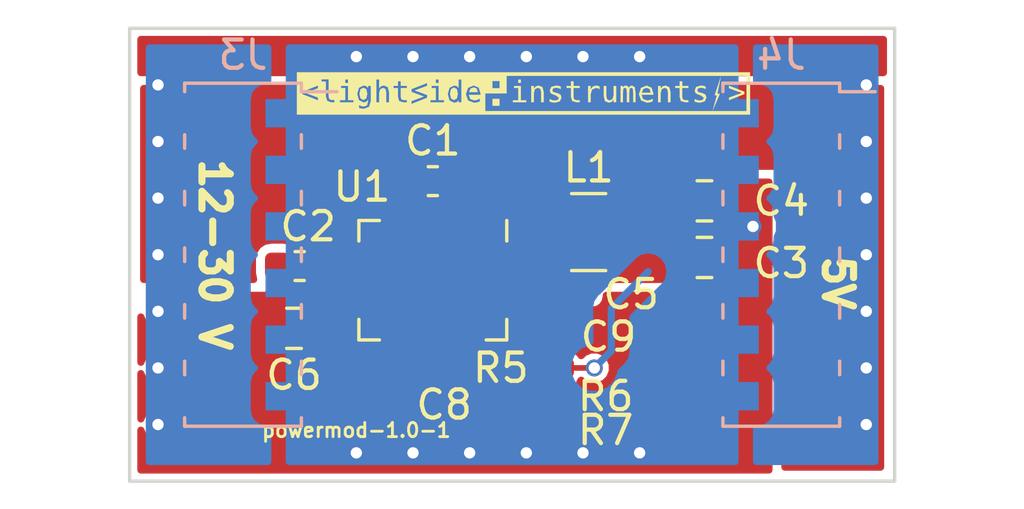
<source format=kicad_pcb>
(kicad_pcb (version 20171130) (host pcbnew 5.0.2+dfsg1-1)

  (general
    (thickness 1.6)
    (drawings 7)
    (tracks 70)
    (zones 0)
    (modules 16)
    (nets 10)
  )

  (page A4)
  (title_block
    (title "power-supply-module v.1")
    (date 2021-12-19)
    (rev 1)
    (company "Lightside Instruments AS")
  )

  (layers
    (0 F.Cu signal)
    (1 In1.Cu mixed hide)
    (2 In2.Cu mixed hide)
    (31 B.Cu signal)
    (32 B.Adhes user)
    (33 F.Adhes user)
    (34 B.Paste user)
    (35 F.Paste user)
    (36 B.SilkS user)
    (37 F.SilkS user)
    (38 B.Mask user)
    (39 F.Mask user)
    (40 Dwgs.User user)
    (41 Cmts.User user)
    (42 Eco1.User user)
    (43 Eco2.User user)
    (44 Edge.Cuts user)
    (45 Margin user)
    (46 B.CrtYd user)
    (47 F.CrtYd user)
    (48 B.Fab user)
    (49 F.Fab user)
  )

  (setup
    (last_trace_width 0.254)
    (user_trace_width 0.15)
    (user_trace_width 0.2)
    (user_trace_width 0.254)
    (user_trace_width 0.381)
    (user_trace_width 0.635)
    (trace_clearance 0.15)
    (zone_clearance 0.508)
    (zone_45_only no)
    (trace_min 0.15)
    (segment_width 0.12)
    (edge_width 0.12)
    (via_size 0.6)
    (via_drill 0.4)
    (via_min_size 0.4)
    (via_min_drill 0.3)
    (uvia_size 0.3)
    (uvia_drill 0.1)
    (uvias_allowed no)
    (uvia_min_size 0.2)
    (uvia_min_drill 0.1)
    (pcb_text_width 0.3)
    (pcb_text_size 1.5 1.5)
    (mod_edge_width 0.15)
    (mod_text_size 1 1)
    (mod_text_width 0.15)
    (pad_size 0.875 0.95)
    (pad_drill 0)
    (pad_to_mask_clearance 0)
    (solder_mask_min_width 0.25)
    (aux_axis_origin 16 41)
    (visible_elements FFFFFF7B)
    (pcbplotparams
      (layerselection 0x3ffff_ffffffff)
      (usegerberextensions false)
      (usegerberattributes false)
      (usegerberadvancedattributes false)
      (creategerberjobfile false)
      (excludeedgelayer true)
      (linewidth 0.100000)
      (plotframeref false)
      (viasonmask false)
      (mode 1)
      (useauxorigin false)
      (hpglpennumber 1)
      (hpglpenspeed 20)
      (hpglpendiameter 15.000000)
      (psnegative false)
      (psa4output false)
      (plotreference true)
      (plotvalue true)
      (plotinvisibletext false)
      (padsonsilk false)
      (subtractmaskfromsilk false)
      (outputformat 1)
      (mirror false)
      (drillshape 0)
      (scaleselection 1)
      (outputdirectory "gerbers/"))
  )

  (net 0 "")
  (net 1 GND)
  (net 2 +5V)
  (net 3 SYS_DCIN)
  (net 4 "Net-(C5-Pad1)")
  (net 5 "Net-(C5-Pad2)")
  (net 6 "Net-(C6-Pad1)")
  (net 7 "Net-(C8-Pad1)")
  (net 8 "Net-(C9-Pad2)")
  (net 9 "Net-(R6-Pad2)")

  (net_class Default "This is the default net class."
    (clearance 0.15)
    (trace_width 0.254)
    (via_dia 0.6)
    (via_drill 0.4)
    (uvia_dia 0.3)
    (uvia_drill 0.1)
    (add_net "Net-(C5-Pad1)")
    (add_net "Net-(C5-Pad2)")
    (add_net "Net-(C6-Pad1)")
    (add_net "Net-(C8-Pad1)")
    (add_net "Net-(C9-Pad2)")
    (add_net "Net-(R6-Pad2)")
    (add_net SYS_DCIN)
  )

  (net_class Power ""
    (clearance 0.1778)
    (trace_width 0.254)
    (via_dia 0.6)
    (via_drill 0.4)
    (uvia_dia 0.3)
    (uvia_drill 0.1)
    (add_net +5V)
    (add_net GND)
  )

  (net_class Thin ""
    (clearance 0.15)
    (trace_width 0.15)
    (via_dia 0.6)
    (via_drill 0.4)
    (uvia_dia 0.3)
    (uvia_drill 0.1)
  )

  (module Capacitor_SMD:C_0805_2012Metric (layer F.Cu) (tedit 5B36C52B) (tstamp 6195337D)
    (at 36.287929 49.096565)
    (descr "Capacitor SMD 0805 (2012 Metric), square (rectangular) end terminal, IPC_7351 nominal, (Body size source: https://docs.google.com/spreadsheets/d/1BsfQQcO9C6DZCsRaXUlFlo91Tg2WpOkGARC1WS5S8t0/edit?usp=sharing), generated with kicad-footprint-generator")
    (tags capacitor)
    (path /61A36508)
    (attr smd)
    (fp_text reference C3 (at 2.712071 0.203435) (layer F.SilkS)
      (effects (font (size 1 1) (thickness 0.15)))
    )
    (fp_text value 22uF (at 0 1.65) (layer F.Fab)
      (effects (font (size 1 1) (thickness 0.15)))
    )
    (fp_text user %R (at 0 0) (layer F.Fab)
      (effects (font (size 0.5 0.5) (thickness 0.08)))
    )
    (fp_line (start 1.68 0.95) (end -1.68 0.95) (layer F.CrtYd) (width 0.05))
    (fp_line (start 1.68 -0.95) (end 1.68 0.95) (layer F.CrtYd) (width 0.05))
    (fp_line (start -1.68 -0.95) (end 1.68 -0.95) (layer F.CrtYd) (width 0.05))
    (fp_line (start -1.68 0.95) (end -1.68 -0.95) (layer F.CrtYd) (width 0.05))
    (fp_line (start -0.258578 0.71) (end 0.258578 0.71) (layer F.SilkS) (width 0.12))
    (fp_line (start -0.258578 -0.71) (end 0.258578 -0.71) (layer F.SilkS) (width 0.12))
    (fp_line (start 1 0.6) (end -1 0.6) (layer F.Fab) (width 0.1))
    (fp_line (start 1 -0.6) (end 1 0.6) (layer F.Fab) (width 0.1))
    (fp_line (start -1 -0.6) (end 1 -0.6) (layer F.Fab) (width 0.1))
    (fp_line (start -1 0.6) (end -1 -0.6) (layer F.Fab) (width 0.1))
    (pad 2 smd roundrect (at 0.9375 0) (size 0.975 1.4) (layers F.Cu F.Paste F.Mask) (roundrect_rratio 0.25)
      (net 1 GND))
    (pad 1 smd roundrect (at -0.9375 0) (size 0.975 1.4) (layers F.Cu F.Paste F.Mask) (roundrect_rratio 0.25)
      (net 2 +5V))
    (model ${KISYS3DMOD}/Capacitor_SMD.3dshapes/C_0805_2012Metric.wrl
      (at (xyz 0 0 0))
      (scale (xyz 1 1 1))
      (rotate (xyz 0 0 0))
    )
  )

  (module Resistor_SMD:R_0402_1005Metric (layer F.Cu) (tedit 5B301BBD) (tstamp 6195A385)
    (at 30.9 55)
    (descr "Resistor SMD 0402 (1005 Metric), square (rectangular) end terminal, IPC_7351 nominal, (Body size source: http://www.tortai-tech.com/upload/download/2011102023233369053.pdf), generated with kicad-footprint-generator")
    (tags resistor)
    (path /61A3C1FA)
    (attr smd)
    (fp_text reference R7 (at 1.9 0.2) (layer F.SilkS)
      (effects (font (size 1 1) (thickness 0.15)))
    )
    (fp_text value 22.6K (at 0 1.17) (layer F.Fab)
      (effects (font (size 1 1) (thickness 0.15)))
    )
    (fp_text user %R (at 0 0) (layer F.Fab)
      (effects (font (size 0.25 0.25) (thickness 0.04)))
    )
    (fp_line (start 0.93 0.47) (end -0.93 0.47) (layer F.CrtYd) (width 0.05))
    (fp_line (start 0.93 -0.47) (end 0.93 0.47) (layer F.CrtYd) (width 0.05))
    (fp_line (start -0.93 -0.47) (end 0.93 -0.47) (layer F.CrtYd) (width 0.05))
    (fp_line (start -0.93 0.47) (end -0.93 -0.47) (layer F.CrtYd) (width 0.05))
    (fp_line (start 0.5 0.25) (end -0.5 0.25) (layer F.Fab) (width 0.1))
    (fp_line (start 0.5 -0.25) (end 0.5 0.25) (layer F.Fab) (width 0.1))
    (fp_line (start -0.5 -0.25) (end 0.5 -0.25) (layer F.Fab) (width 0.1))
    (fp_line (start -0.5 0.25) (end -0.5 -0.25) (layer F.Fab) (width 0.1))
    (pad 2 smd roundrect (at 0.485 0) (size 0.59 0.64) (layers F.Cu F.Paste F.Mask) (roundrect_rratio 0.25)
      (net 1 GND))
    (pad 1 smd roundrect (at -0.485 0) (size 0.59 0.64) (layers F.Cu F.Paste F.Mask) (roundrect_rratio 0.25)
      (net 9 "Net-(R6-Pad2)"))
    (model ${KISYS3DMOD}/Resistor_SMD.3dshapes/R_0402_1005Metric.wrl
      (at (xyz 0 0 0))
      (scale (xyz 1 1 1))
      (rotate (xyz 0 0 0))
    )
  )

  (module Capacitor_SMD:C_0603_1608Metric (layer F.Cu) (tedit 5B301BBE) (tstamp 6195336C)
    (at 22 49.4 180)
    (descr "Capacitor SMD 0603 (1608 Metric), square (rectangular) end terminal, IPC_7351 nominal, (Body size source: http://www.tortai-tech.com/upload/download/2011102023233369053.pdf), generated with kicad-footprint-generator")
    (tags capacitor)
    (path /61A267C1)
    (attr smd)
    (fp_text reference C2 (at -0.3 1.4 180) (layer F.SilkS)
      (effects (font (size 1 1) (thickness 0.15)))
    )
    (fp_text value 2.2uF (at 0 1.43 180) (layer F.Fab)
      (effects (font (size 1 1) (thickness 0.15)))
    )
    (fp_text user %R (at 0 0 180) (layer F.Fab)
      (effects (font (size 0.4 0.4) (thickness 0.06)))
    )
    (fp_line (start 1.48 0.73) (end -1.48 0.73) (layer F.CrtYd) (width 0.05))
    (fp_line (start 1.48 -0.73) (end 1.48 0.73) (layer F.CrtYd) (width 0.05))
    (fp_line (start -1.48 -0.73) (end 1.48 -0.73) (layer F.CrtYd) (width 0.05))
    (fp_line (start -1.48 0.73) (end -1.48 -0.73) (layer F.CrtYd) (width 0.05))
    (fp_line (start -0.162779 0.51) (end 0.162779 0.51) (layer F.SilkS) (width 0.12))
    (fp_line (start -0.162779 -0.51) (end 0.162779 -0.51) (layer F.SilkS) (width 0.12))
    (fp_line (start 0.8 0.4) (end -0.8 0.4) (layer F.Fab) (width 0.1))
    (fp_line (start 0.8 -0.4) (end 0.8 0.4) (layer F.Fab) (width 0.1))
    (fp_line (start -0.8 -0.4) (end 0.8 -0.4) (layer F.Fab) (width 0.1))
    (fp_line (start -0.8 0.4) (end -0.8 -0.4) (layer F.Fab) (width 0.1))
    (pad 2 smd roundrect (at 0.7875 0 180) (size 0.875 0.95) (layers F.Cu F.Paste F.Mask) (roundrect_rratio 0.25)
      (net 1 GND))
    (pad 1 smd roundrect (at -0.7875 0 180) (size 0.875 0.95) (layers F.Cu F.Paste F.Mask) (roundrect_rratio 0.25)
      (net 3 SYS_DCIN))
    (model ${KISYS3DMOD}/Capacitor_SMD.3dshapes/C_0603_1608Metric.wrl
      (at (xyz 0 0 0))
      (scale (xyz 1 1 1))
      (rotate (xyz 0 0 0))
    )
  )

  (module Capacitor_SMD:C_0603_1608Metric (layer F.Cu) (tedit 5B301BBE) (tstamp 6195335B)
    (at 26.7 46.4)
    (descr "Capacitor SMD 0603 (1608 Metric), square (rectangular) end terminal, IPC_7351 nominal, (Body size source: http://www.tortai-tech.com/upload/download/2011102023233369053.pdf), generated with kicad-footprint-generator")
    (tags capacitor)
    (path /61A28D66)
    (attr smd)
    (fp_text reference C1 (at 0 -1.43) (layer F.SilkS)
      (effects (font (size 1 1) (thickness 0.15)))
    )
    (fp_text value 2.2uF (at 0 1.43) (layer F.Fab)
      (effects (font (size 1 1) (thickness 0.15)))
    )
    (fp_text user %R (at 0 0) (layer F.Fab)
      (effects (font (size 0.4 0.4) (thickness 0.06)))
    )
    (fp_line (start 1.48 0.73) (end -1.48 0.73) (layer F.CrtYd) (width 0.05))
    (fp_line (start 1.48 -0.73) (end 1.48 0.73) (layer F.CrtYd) (width 0.05))
    (fp_line (start -1.48 -0.73) (end 1.48 -0.73) (layer F.CrtYd) (width 0.05))
    (fp_line (start -1.48 0.73) (end -1.48 -0.73) (layer F.CrtYd) (width 0.05))
    (fp_line (start -0.162779 0.51) (end 0.162779 0.51) (layer F.SilkS) (width 0.12))
    (fp_line (start -0.162779 -0.51) (end 0.162779 -0.51) (layer F.SilkS) (width 0.12))
    (fp_line (start 0.8 0.4) (end -0.8 0.4) (layer F.Fab) (width 0.1))
    (fp_line (start 0.8 -0.4) (end 0.8 0.4) (layer F.Fab) (width 0.1))
    (fp_line (start -0.8 -0.4) (end 0.8 -0.4) (layer F.Fab) (width 0.1))
    (fp_line (start -0.8 0.4) (end -0.8 -0.4) (layer F.Fab) (width 0.1))
    (pad 2 smd roundrect (at 0.7875 0) (size 0.875 0.95) (layers F.Cu F.Paste F.Mask) (roundrect_rratio 0.25)
      (net 1 GND))
    (pad 1 smd roundrect (at -0.7875 0) (size 0.875 0.95) (layers F.Cu F.Paste F.Mask) (roundrect_rratio 0.25)
      (net 3 SYS_DCIN))
    (model ${KISYS3DMOD}/Capacitor_SMD.3dshapes/C_0603_1608Metric.wrl
      (at (xyz 0 0 0))
      (scale (xyz 1 1 1))
      (rotate (xyz 0 0 0))
    )
  )

  (module Inductor_SMD:L_1210_3225Metric (layer F.Cu) (tedit 5B301BBE) (tstamp 6195A516)
    (at 32.2 48.2)
    (descr "Inductor SMD 1210 (3225 Metric), square (rectangular) end terminal, IPC_7351 nominal, (Body size source: http://www.tortai-tech.com/upload/download/2011102023233369053.pdf), generated with kicad-footprint-generator")
    (tags inductor)
    (path /61A35DDC)
    (attr smd)
    (fp_text reference L1 (at 0 -2.28) (layer F.SilkS)
      (effects (font (size 1 1) (thickness 0.15)))
    )
    (fp_text value 10uH (at 0 2.28) (layer F.Fab)
      (effects (font (size 1 1) (thickness 0.15)))
    )
    (fp_text user %R (at 0 0) (layer F.Fab)
      (effects (font (size 0.8 0.8) (thickness 0.12)))
    )
    (fp_line (start 2.28 1.58) (end -2.28 1.58) (layer F.CrtYd) (width 0.05))
    (fp_line (start 2.28 -1.58) (end 2.28 1.58) (layer F.CrtYd) (width 0.05))
    (fp_line (start -2.28 -1.58) (end 2.28 -1.58) (layer F.CrtYd) (width 0.05))
    (fp_line (start -2.28 1.58) (end -2.28 -1.58) (layer F.CrtYd) (width 0.05))
    (fp_line (start -0.602064 1.36) (end 0.602064 1.36) (layer F.SilkS) (width 0.12))
    (fp_line (start -0.602064 -1.36) (end 0.602064 -1.36) (layer F.SilkS) (width 0.12))
    (fp_line (start 1.6 1.25) (end -1.6 1.25) (layer F.Fab) (width 0.1))
    (fp_line (start 1.6 -1.25) (end 1.6 1.25) (layer F.Fab) (width 0.1))
    (fp_line (start -1.6 -1.25) (end 1.6 -1.25) (layer F.Fab) (width 0.1))
    (fp_line (start -1.6 1.25) (end -1.6 -1.25) (layer F.Fab) (width 0.1))
    (pad 2 smd roundrect (at 1.4 0) (size 1.25 2.65) (layers F.Cu F.Paste F.Mask) (roundrect_rratio 0.2)
      (net 2 +5V))
    (pad 1 smd roundrect (at -1.4 0) (size 1.25 2.65) (layers F.Cu F.Paste F.Mask) (roundrect_rratio 0.2)
      (net 4 "Net-(C5-Pad1)"))
    (model ${KISYS3DMOD}/Inductor_SMD.3dshapes/L_1210_3225Metric.wrl
      (at (xyz 0 0 0))
      (scale (xyz 1 1 1))
      (rotate (xyz 0 0 0))
    )
  )

  (module Capacitor_SMD:C_0402_1005Metric (layer F.Cu) (tedit 5B301BBE) (tstamp 619533CC)
    (at 30.9 52 180)
    (descr "Capacitor SMD 0402 (1005 Metric), square (rectangular) end terminal, IPC_7351 nominal, (Body size source: http://www.tortai-tech.com/upload/download/2011102023233369053.pdf), generated with kicad-footprint-generator")
    (tags capacitor)
    (path /61A61C1B)
    (attr smd)
    (fp_text reference C9 (at -2 0.1 180) (layer F.SilkS)
      (effects (font (size 1 1) (thickness 0.15)))
    )
    (fp_text value 0.1uF (at 0 1.17 180) (layer F.Fab)
      (effects (font (size 1 1) (thickness 0.15)))
    )
    (fp_text user %R (at 0 0 180) (layer F.Fab)
      (effects (font (size 0.25 0.25) (thickness 0.04)))
    )
    (fp_line (start 0.93 0.47) (end -0.93 0.47) (layer F.CrtYd) (width 0.05))
    (fp_line (start 0.93 -0.47) (end 0.93 0.47) (layer F.CrtYd) (width 0.05))
    (fp_line (start -0.93 -0.47) (end 0.93 -0.47) (layer F.CrtYd) (width 0.05))
    (fp_line (start -0.93 0.47) (end -0.93 -0.47) (layer F.CrtYd) (width 0.05))
    (fp_line (start 0.5 0.25) (end -0.5 0.25) (layer F.Fab) (width 0.1))
    (fp_line (start 0.5 -0.25) (end 0.5 0.25) (layer F.Fab) (width 0.1))
    (fp_line (start -0.5 -0.25) (end 0.5 -0.25) (layer F.Fab) (width 0.1))
    (fp_line (start -0.5 0.25) (end -0.5 -0.25) (layer F.Fab) (width 0.1))
    (pad 2 smd roundrect (at 0.485 0 180) (size 0.59 0.64) (layers F.Cu F.Paste F.Mask) (roundrect_rratio 0.25)
      (net 8 "Net-(C9-Pad2)"))
    (pad 1 smd roundrect (at -0.485 0 180) (size 0.59 0.64) (layers F.Cu F.Paste F.Mask) (roundrect_rratio 0.25)
      (net 1 GND))
    (model ${KISYS3DMOD}/Capacitor_SMD.3dshapes/C_0402_1005Metric.wrl
      (at (xyz 0 0 0))
      (scale (xyz 1 1 1))
      (rotate (xyz 0 0 0))
    )
  )

  (module Capacitor_SMD:C_0402_1005Metric (layer F.Cu) (tedit 5B301BBE) (tstamp 61975EBB)
    (at 31.7 50.3 180)
    (descr "Capacitor SMD 0402 (1005 Metric), square (rectangular) end terminal, IPC_7351 nominal, (Body size source: http://www.tortai-tech.com/upload/download/2011102023233369053.pdf), generated with kicad-footprint-generator")
    (tags capacitor)
    (path /61A47B26)
    (attr smd)
    (fp_text reference C5 (at -2 -0.1 180) (layer F.SilkS)
      (effects (font (size 1 1) (thickness 0.15)))
    )
    (fp_text value 0.1uF (at 0 1.17 180) (layer F.Fab)
      (effects (font (size 1 1) (thickness 0.15)))
    )
    (fp_text user %R (at 0 0 180) (layer F.Fab)
      (effects (font (size 0.25 0.25) (thickness 0.04)))
    )
    (fp_line (start 0.93 0.47) (end -0.93 0.47) (layer F.CrtYd) (width 0.05))
    (fp_line (start 0.93 -0.47) (end 0.93 0.47) (layer F.CrtYd) (width 0.05))
    (fp_line (start -0.93 -0.47) (end 0.93 -0.47) (layer F.CrtYd) (width 0.05))
    (fp_line (start -0.93 0.47) (end -0.93 -0.47) (layer F.CrtYd) (width 0.05))
    (fp_line (start 0.5 0.25) (end -0.5 0.25) (layer F.Fab) (width 0.1))
    (fp_line (start 0.5 -0.25) (end 0.5 0.25) (layer F.Fab) (width 0.1))
    (fp_line (start -0.5 -0.25) (end 0.5 -0.25) (layer F.Fab) (width 0.1))
    (fp_line (start -0.5 0.25) (end -0.5 -0.25) (layer F.Fab) (width 0.1))
    (pad 2 smd roundrect (at 0.485 0 180) (size 0.59 0.64) (layers F.Cu F.Paste F.Mask) (roundrect_rratio 0.25)
      (net 5 "Net-(C5-Pad2)"))
    (pad 1 smd roundrect (at -0.485 0 180) (size 0.59 0.64) (layers F.Cu F.Paste F.Mask) (roundrect_rratio 0.25)
      (net 4 "Net-(C5-Pad1)"))
    (model ${KISYS3DMOD}/Capacitor_SMD.3dshapes/C_0402_1005Metric.wrl
      (at (xyz 0 0 0))
      (scale (xyz 1 1 1))
      (rotate (xyz 0 0 0))
    )
  )

  (module Capacitor_SMD:C_0805_2012Metric (layer F.Cu) (tedit 5B36C52B) (tstamp 619533AE)
    (at 21.8 51.6 180)
    (descr "Capacitor SMD 0805 (2012 Metric), square (rectangular) end terminal, IPC_7351 nominal, (Body size source: https://docs.google.com/spreadsheets/d/1BsfQQcO9C6DZCsRaXUlFlo91Tg2WpOkGARC1WS5S8t0/edit?usp=sharing), generated with kicad-footprint-generator")
    (tags capacitor)
    (path /61A3326E)
    (attr smd)
    (fp_text reference C6 (at 0 -1.65 180) (layer F.SilkS)
      (effects (font (size 1 1) (thickness 0.15)))
    )
    (fp_text value 10uF (at 0 1.65 180) (layer F.Fab)
      (effects (font (size 1 1) (thickness 0.15)))
    )
    (fp_text user %R (at 0 0 180) (layer F.Fab)
      (effects (font (size 0.5 0.5) (thickness 0.08)))
    )
    (fp_line (start 1.68 0.95) (end -1.68 0.95) (layer F.CrtYd) (width 0.05))
    (fp_line (start 1.68 -0.95) (end 1.68 0.95) (layer F.CrtYd) (width 0.05))
    (fp_line (start -1.68 -0.95) (end 1.68 -0.95) (layer F.CrtYd) (width 0.05))
    (fp_line (start -1.68 0.95) (end -1.68 -0.95) (layer F.CrtYd) (width 0.05))
    (fp_line (start -0.258578 0.71) (end 0.258578 0.71) (layer F.SilkS) (width 0.12))
    (fp_line (start -0.258578 -0.71) (end 0.258578 -0.71) (layer F.SilkS) (width 0.12))
    (fp_line (start 1 0.6) (end -1 0.6) (layer F.Fab) (width 0.1))
    (fp_line (start 1 -0.6) (end 1 0.6) (layer F.Fab) (width 0.1))
    (fp_line (start -1 -0.6) (end 1 -0.6) (layer F.Fab) (width 0.1))
    (fp_line (start -1 0.6) (end -1 -0.6) (layer F.Fab) (width 0.1))
    (pad 2 smd roundrect (at 0.9375 0 180) (size 0.975 1.4) (layers F.Cu F.Paste F.Mask) (roundrect_rratio 0.25)
      (net 1 GND))
    (pad 1 smd roundrect (at -0.9375 0 180) (size 0.975 1.4) (layers F.Cu F.Paste F.Mask) (roundrect_rratio 0.25)
      (net 6 "Net-(C6-Pad1)"))
    (model ${KISYS3DMOD}/Capacitor_SMD.3dshapes/C_0805_2012Metric.wrl
      (at (xyz 0 0 0))
      (scale (xyz 1 1 1))
      (rotate (xyz 0 0 0))
    )
  )

  (module Capacitor_SMD:C_0805_2012Metric (layer F.Cu) (tedit 5B36C52B) (tstamp 6195338E)
    (at 36.287929 47.096565)
    (descr "Capacitor SMD 0805 (2012 Metric), square (rectangular) end terminal, IPC_7351 nominal, (Body size source: https://docs.google.com/spreadsheets/d/1BsfQQcO9C6DZCsRaXUlFlo91Tg2WpOkGARC1WS5S8t0/edit?usp=sharing), generated with kicad-footprint-generator")
    (tags capacitor)
    (path /61A36630)
    (attr smd)
    (fp_text reference C4 (at 2.712071 0.003435) (layer F.SilkS)
      (effects (font (size 1 1) (thickness 0.15)))
    )
    (fp_text value 22uF (at 0 1.65) (layer F.Fab)
      (effects (font (size 1 1) (thickness 0.15)))
    )
    (fp_text user %R (at 0 0) (layer F.Fab)
      (effects (font (size 0.5 0.5) (thickness 0.08)))
    )
    (fp_line (start 1.68 0.95) (end -1.68 0.95) (layer F.CrtYd) (width 0.05))
    (fp_line (start 1.68 -0.95) (end 1.68 0.95) (layer F.CrtYd) (width 0.05))
    (fp_line (start -1.68 -0.95) (end 1.68 -0.95) (layer F.CrtYd) (width 0.05))
    (fp_line (start -1.68 0.95) (end -1.68 -0.95) (layer F.CrtYd) (width 0.05))
    (fp_line (start -0.258578 0.71) (end 0.258578 0.71) (layer F.SilkS) (width 0.12))
    (fp_line (start -0.258578 -0.71) (end 0.258578 -0.71) (layer F.SilkS) (width 0.12))
    (fp_line (start 1 0.6) (end -1 0.6) (layer F.Fab) (width 0.1))
    (fp_line (start 1 -0.6) (end 1 0.6) (layer F.Fab) (width 0.1))
    (fp_line (start -1 -0.6) (end 1 -0.6) (layer F.Fab) (width 0.1))
    (fp_line (start -1 0.6) (end -1 -0.6) (layer F.Fab) (width 0.1))
    (pad 2 smd roundrect (at 0.9375 0) (size 0.975 1.4) (layers F.Cu F.Paste F.Mask) (roundrect_rratio 0.25)
      (net 1 GND))
    (pad 1 smd roundrect (at -0.9375 0) (size 0.975 1.4) (layers F.Cu F.Paste F.Mask) (roundrect_rratio 0.25)
      (net 2 +5V))
    (model ${KISYS3DMOD}/Capacitor_SMD.3dshapes/C_0805_2012Metric.wrl
      (at (xyz 0 0 0))
      (scale (xyz 1 1 1))
      (rotate (xyz 0 0 0))
    )
  )

  (module Capacitor_SMD:C_0402_1005Metric (layer F.Cu) (tedit 5B301BBE) (tstamp 619533BD)
    (at 27.2 53.1)
    (descr "Capacitor SMD 0402 (1005 Metric), square (rectangular) end terminal, IPC_7351 nominal, (Body size source: http://www.tortai-tech.com/upload/download/2011102023233369053.pdf), generated with kicad-footprint-generator")
    (tags capacitor)
    (path /61A3289D)
    (attr smd)
    (fp_text reference C8 (at -0.1 1.2) (layer F.SilkS)
      (effects (font (size 1 1) (thickness 0.15)))
    )
    (fp_text value 22nF (at 0 1.17) (layer F.Fab)
      (effects (font (size 1 1) (thickness 0.15)))
    )
    (fp_text user %R (at 0 0) (layer F.Fab)
      (effects (font (size 0.25 0.25) (thickness 0.04)))
    )
    (fp_line (start 0.93 0.47) (end -0.93 0.47) (layer F.CrtYd) (width 0.05))
    (fp_line (start 0.93 -0.47) (end 0.93 0.47) (layer F.CrtYd) (width 0.05))
    (fp_line (start -0.93 -0.47) (end 0.93 -0.47) (layer F.CrtYd) (width 0.05))
    (fp_line (start -0.93 0.47) (end -0.93 -0.47) (layer F.CrtYd) (width 0.05))
    (fp_line (start 0.5 0.25) (end -0.5 0.25) (layer F.Fab) (width 0.1))
    (fp_line (start 0.5 -0.25) (end 0.5 0.25) (layer F.Fab) (width 0.1))
    (fp_line (start -0.5 -0.25) (end 0.5 -0.25) (layer F.Fab) (width 0.1))
    (fp_line (start -0.5 0.25) (end -0.5 -0.25) (layer F.Fab) (width 0.1))
    (pad 2 smd roundrect (at 0.485 0) (size 0.59 0.64) (layers F.Cu F.Paste F.Mask) (roundrect_rratio 0.25)
      (net 1 GND))
    (pad 1 smd roundrect (at -0.485 0) (size 0.59 0.64) (layers F.Cu F.Paste F.Mask) (roundrect_rratio 0.25)
      (net 7 "Net-(C8-Pad1)"))
    (model ${KISYS3DMOD}/Capacitor_SMD.3dshapes/C_0402_1005Metric.wrl
      (at (xyz 0 0 0))
      (scale (xyz 1 1 1))
      (rotate (xyz 0 0 0))
    )
  )

  (module Package_DFN_QFN:QFN-24-1EP_4x5mm_P0.5mm_EP2.65x3.65mm (layer F.Cu) (tedit 5C26039A) (tstamp 6195340F)
    (at 26.7 49.9 270)
    (descr "QFN, 24 Pin (https://www.analog.com/media/en/package-pcb-resources/package/pkg_pdf/ltc-legacy-qfn/QFN_24_05-08-1696.pdf), generated with kicad-footprint-generator ipc_dfn_qfn_generator.py")
    (tags "QFN DFN_QFN")
    (path /61A1F9DE)
    (attr smd)
    (fp_text reference U1 (at -3.3 2.5) (layer F.SilkS)
      (effects (font (size 1 1) (thickness 0.15)))
    )
    (fp_text value MAX17574 (at 0 3.82 270) (layer F.Fab)
      (effects (font (size 1 1) (thickness 0.15)))
    )
    (fp_text user %R (at 0 0 270) (layer F.Fab)
      (effects (font (size 1 1) (thickness 0.15)))
    )
    (fp_line (start 2.62 -3.12) (end -2.62 -3.12) (layer F.CrtYd) (width 0.05))
    (fp_line (start 2.62 3.12) (end 2.62 -3.12) (layer F.CrtYd) (width 0.05))
    (fp_line (start -2.62 3.12) (end 2.62 3.12) (layer F.CrtYd) (width 0.05))
    (fp_line (start -2.62 -3.12) (end -2.62 3.12) (layer F.CrtYd) (width 0.05))
    (fp_line (start -2 -1.5) (end -1 -2.5) (layer F.Fab) (width 0.1))
    (fp_line (start -2 2.5) (end -2 -1.5) (layer F.Fab) (width 0.1))
    (fp_line (start 2 2.5) (end -2 2.5) (layer F.Fab) (width 0.1))
    (fp_line (start 2 -2.5) (end 2 2.5) (layer F.Fab) (width 0.1))
    (fp_line (start -1 -2.5) (end 2 -2.5) (layer F.Fab) (width 0.1))
    (fp_line (start -1.385 -2.61) (end -2.11 -2.61) (layer F.SilkS) (width 0.12))
    (fp_line (start 2.11 2.61) (end 2.11 1.885) (layer F.SilkS) (width 0.12))
    (fp_line (start 1.385 2.61) (end 2.11 2.61) (layer F.SilkS) (width 0.12))
    (fp_line (start -2.11 2.61) (end -2.11 1.885) (layer F.SilkS) (width 0.12))
    (fp_line (start -1.385 2.61) (end -2.11 2.61) (layer F.SilkS) (width 0.12))
    (fp_line (start 2.11 -2.61) (end 2.11 -1.885) (layer F.SilkS) (width 0.12))
    (fp_line (start 1.385 -2.61) (end 2.11 -2.61) (layer F.SilkS) (width 0.12))
    (pad 24 smd roundrect (at -1 -2.45 270) (size 0.25 0.85) (layers F.Cu F.Paste F.Mask) (roundrect_rratio 0.25)
      (net 4 "Net-(C5-Pad1)"))
    (pad 23 smd roundrect (at -0.5 -2.45 270) (size 0.25 0.85) (layers F.Cu F.Paste F.Mask) (roundrect_rratio 0.25)
      (net 4 "Net-(C5-Pad1)"))
    (pad 22 smd roundrect (at 0 -2.45 270) (size 0.25 0.85) (layers F.Cu F.Paste F.Mask) (roundrect_rratio 0.25)
      (net 5 "Net-(C5-Pad2)"))
    (pad 21 smd roundrect (at 0.5 -2.45 270) (size 0.25 0.85) (layers F.Cu F.Paste F.Mask) (roundrect_rratio 0.25)
      (net 1 GND))
    (pad 20 smd roundrect (at 1 -2.45 270) (size 0.25 0.85) (layers F.Cu F.Paste F.Mask) (roundrect_rratio 0.25)
      (net 8 "Net-(C9-Pad2)"))
    (pad 19 smd roundrect (at 1.95 -1.5 270) (size 0.85 0.25) (layers F.Cu F.Paste F.Mask) (roundrect_rratio 0.25))
    (pad 18 smd roundrect (at 1.95 -1 270) (size 0.85 0.25) (layers F.Cu F.Paste F.Mask) (roundrect_rratio 0.25)
      (net 9 "Net-(R6-Pad2)"))
    (pad 17 smd roundrect (at 1.95 -0.5 270) (size 0.85 0.25) (layers F.Cu F.Paste F.Mask) (roundrect_rratio 0.25))
    (pad 16 smd roundrect (at 1.95 0 270) (size 0.85 0.25) (layers F.Cu F.Paste F.Mask) (roundrect_rratio 0.25)
      (net 7 "Net-(C8-Pad1)"))
    (pad 15 smd roundrect (at 1.95 0.5 270) (size 0.85 0.25) (layers F.Cu F.Paste F.Mask) (roundrect_rratio 0.25))
    (pad 14 smd roundrect (at 1.95 1 270) (size 0.85 0.25) (layers F.Cu F.Paste F.Mask) (roundrect_rratio 0.25))
    (pad 13 smd roundrect (at 1.95 1.5 270) (size 0.85 0.25) (layers F.Cu F.Paste F.Mask) (roundrect_rratio 0.25))
    (pad 12 smd roundrect (at 1 2.45 270) (size 0.25 0.85) (layers F.Cu F.Paste F.Mask) (roundrect_rratio 0.25)
      (net 6 "Net-(C6-Pad1)"))
    (pad 11 smd roundrect (at 0.5 2.45 270) (size 0.25 0.85) (layers F.Cu F.Paste F.Mask) (roundrect_rratio 0.25)
      (net 1 GND))
    (pad 10 smd roundrect (at 0 2.45 270) (size 0.25 0.85) (layers F.Cu F.Paste F.Mask) (roundrect_rratio 0.25)
      (net 3 SYS_DCIN))
    (pad 9 smd roundrect (at -0.5 2.45 270) (size 0.25 0.85) (layers F.Cu F.Paste F.Mask) (roundrect_rratio 0.25)
      (net 3 SYS_DCIN))
    (pad 8 smd roundrect (at -1 2.45 270) (size 0.25 0.85) (layers F.Cu F.Paste F.Mask) (roundrect_rratio 0.25))
    (pad 7 smd roundrect (at -1.95 1.5 270) (size 0.85 0.25) (layers F.Cu F.Paste F.Mask) (roundrect_rratio 0.25)
      (net 3 SYS_DCIN))
    (pad 6 smd roundrect (at -1.95 1 270) (size 0.85 0.25) (layers F.Cu F.Paste F.Mask) (roundrect_rratio 0.25)
      (net 3 SYS_DCIN))
    (pad 5 smd roundrect (at -1.95 0.5 270) (size 0.85 0.25) (layers F.Cu F.Paste F.Mask) (roundrect_rratio 0.25)
      (net 3 SYS_DCIN))
    (pad 4 smd roundrect (at -1.95 0 270) (size 0.85 0.25) (layers F.Cu F.Paste F.Mask) (roundrect_rratio 0.25))
    (pad 3 smd roundrect (at -1.95 -0.5 270) (size 0.85 0.25) (layers F.Cu F.Paste F.Mask) (roundrect_rratio 0.25)
      (net 1 GND))
    (pad 2 smd roundrect (at -1.95 -1 270) (size 0.85 0.25) (layers F.Cu F.Paste F.Mask) (roundrect_rratio 0.25)
      (net 1 GND))
    (pad 1 smd roundrect (at -1.95 -1.5 270) (size 0.85 0.25) (layers F.Cu F.Paste F.Mask) (roundrect_rratio 0.25)
      (net 4 "Net-(C5-Pad1)"))
    (pad "" smd roundrect (at 0.66 1.22 270) (size 1.07 0.98) (layers F.Paste) (roundrect_rratio 0.25))
    (pad "" smd roundrect (at 0.66 0 270) (size 1.07 0.98) (layers F.Paste) (roundrect_rratio 0.25))
    (pad "" smd roundrect (at 0.66 -1.22 270) (size 1.07 0.98) (layers F.Paste) (roundrect_rratio 0.25))
    (pad "" smd roundrect (at -0.66 1.22 270) (size 1.07 0.98) (layers F.Paste) (roundrect_rratio 0.25))
    (pad "" smd roundrect (at -0.66 0 270) (size 1.07 0.98) (layers F.Paste) (roundrect_rratio 0.25))
    (pad "" smd roundrect (at -0.66 -1.22 270) (size 1.07 0.98) (layers F.Paste) (roundrect_rratio 0.25))
    (pad 25 smd roundrect (at 0 0 270) (size 2.65 3.65) (layers F.Cu F.Mask) (roundrect_rratio 0.09433999999999999))
    (model ${KISYS3DMOD}/Package_DFN_QFN.3dshapes/QFN-24-1EP_4x5mm_P0.5mm_EP2.65x3.65mm.wrl
      (at (xyz 0 0 0))
      (scale (xyz 1 1 1))
      (rotate (xyz 0 0 0))
    )
  )

  (module Resistor_SMD:R_0402_1005Metric (layer F.Cu) (tedit 5B301BBD) (tstamp 6195A376)
    (at 30.9 54 180)
    (descr "Resistor SMD 0402 (1005 Metric), square (rectangular) end terminal, IPC_7351 nominal, (Body size source: http://www.tortai-tech.com/upload/download/2011102023233369053.pdf), generated with kicad-footprint-generator")
    (tags resistor)
    (path /61A3C103)
    (attr smd)
    (fp_text reference R6 (at -1.9 0 180) (layer F.SilkS)
      (effects (font (size 1 1) (thickness 0.15)))
    )
    (fp_text value 105K (at 0 1.17 180) (layer F.Fab)
      (effects (font (size 1 1) (thickness 0.15)))
    )
    (fp_text user %R (at 0 0 180) (layer F.Fab)
      (effects (font (size 0.25 0.25) (thickness 0.04)))
    )
    (fp_line (start 0.93 0.47) (end -0.93 0.47) (layer F.CrtYd) (width 0.05))
    (fp_line (start 0.93 -0.47) (end 0.93 0.47) (layer F.CrtYd) (width 0.05))
    (fp_line (start -0.93 -0.47) (end 0.93 -0.47) (layer F.CrtYd) (width 0.05))
    (fp_line (start -0.93 0.47) (end -0.93 -0.47) (layer F.CrtYd) (width 0.05))
    (fp_line (start 0.5 0.25) (end -0.5 0.25) (layer F.Fab) (width 0.1))
    (fp_line (start 0.5 -0.25) (end 0.5 0.25) (layer F.Fab) (width 0.1))
    (fp_line (start -0.5 -0.25) (end 0.5 -0.25) (layer F.Fab) (width 0.1))
    (fp_line (start -0.5 0.25) (end -0.5 -0.25) (layer F.Fab) (width 0.1))
    (pad 2 smd roundrect (at 0.485 0 180) (size 0.59 0.64) (layers F.Cu F.Paste F.Mask) (roundrect_rratio 0.25)
      (net 9 "Net-(R6-Pad2)"))
    (pad 1 smd roundrect (at -0.485 0 180) (size 0.59 0.64) (layers F.Cu F.Paste F.Mask) (roundrect_rratio 0.25)
      (net 2 +5V))
    (model ${KISYS3DMOD}/Resistor_SMD.3dshapes/R_0402_1005Metric.wrl
      (at (xyz 0 0 0))
      (scale (xyz 1 1 1))
      (rotate (xyz 0 0 0))
    )
  )

  (module Connector_PinHeader_2.00mm:PinHeader_2x06_P2.00mm_Vertical_SMD (layer B.Cu) (tedit 59FED667) (tstamp 61BF4B65)
    (at 20 49 180)
    (descr "surface-mounted straight pin header, 2x06, 2.00mm pitch, double rows")
    (tags "Surface mounted pin header SMD 2x06 2.00mm double row")
    (path /61F5C8E0)
    (attr smd)
    (fp_text reference J3 (at 0 7.06 180) (layer B.SilkS)
      (effects (font (size 1 1) (thickness 0.15)) (justify mirror))
    )
    (fp_text value Conn_02x06_Odd_Even (at 0 -7.06 180) (layer B.Fab)
      (effects (font (size 1 1) (thickness 0.15)) (justify mirror))
    )
    (fp_text user %R (at 0 0 90) (layer B.Fab)
      (effects (font (size 1 1) (thickness 0.15)) (justify mirror))
    )
    (fp_line (start 4.9 6.5) (end -4.9 6.5) (layer B.CrtYd) (width 0.05))
    (fp_line (start 4.9 -6.5) (end 4.9 6.5) (layer B.CrtYd) (width 0.05))
    (fp_line (start -4.9 -6.5) (end 4.9 -6.5) (layer B.CrtYd) (width 0.05))
    (fp_line (start -4.9 6.5) (end -4.9 -6.5) (layer B.CrtYd) (width 0.05))
    (fp_line (start 2.06 -3.76) (end 2.06 -4.24) (layer B.SilkS) (width 0.12))
    (fp_line (start -2.06 -3.76) (end -2.06 -4.24) (layer B.SilkS) (width 0.12))
    (fp_line (start 2.06 -1.76) (end 2.06 -2.24) (layer B.SilkS) (width 0.12))
    (fp_line (start -2.06 -1.76) (end -2.06 -2.24) (layer B.SilkS) (width 0.12))
    (fp_line (start 2.06 0.24) (end 2.06 -0.24) (layer B.SilkS) (width 0.12))
    (fp_line (start -2.06 0.24) (end -2.06 -0.24) (layer B.SilkS) (width 0.12))
    (fp_line (start 2.06 2.24) (end 2.06 1.76) (layer B.SilkS) (width 0.12))
    (fp_line (start -2.06 2.24) (end -2.06 1.76) (layer B.SilkS) (width 0.12))
    (fp_line (start 2.06 4.24) (end 2.06 3.76) (layer B.SilkS) (width 0.12))
    (fp_line (start -2.06 4.24) (end -2.06 3.76) (layer B.SilkS) (width 0.12))
    (fp_line (start 2.06 -5.76) (end 2.06 -6.06) (layer B.SilkS) (width 0.12))
    (fp_line (start -2.06 -5.76) (end -2.06 -6.06) (layer B.SilkS) (width 0.12))
    (fp_line (start 2.06 6.06) (end 2.06 5.76) (layer B.SilkS) (width 0.12))
    (fp_line (start -2.06 6.06) (end -2.06 5.76) (layer B.SilkS) (width 0.12))
    (fp_line (start -3.315 5.76) (end -2.06 5.76) (layer B.SilkS) (width 0.12))
    (fp_line (start -2.06 -6.06) (end 2.06 -6.06) (layer B.SilkS) (width 0.12))
    (fp_line (start -2.06 6.06) (end 2.06 6.06) (layer B.SilkS) (width 0.12))
    (fp_line (start 2.875 -5.25) (end 2 -5.25) (layer B.Fab) (width 0.1))
    (fp_line (start 2.875 -4.75) (end 2.875 -5.25) (layer B.Fab) (width 0.1))
    (fp_line (start 2 -4.75) (end 2.875 -4.75) (layer B.Fab) (width 0.1))
    (fp_line (start -2.875 -5.25) (end -2 -5.25) (layer B.Fab) (width 0.1))
    (fp_line (start -2.875 -4.75) (end -2.875 -5.25) (layer B.Fab) (width 0.1))
    (fp_line (start -2 -4.75) (end -2.875 -4.75) (layer B.Fab) (width 0.1))
    (fp_line (start 2.875 -3.25) (end 2 -3.25) (layer B.Fab) (width 0.1))
    (fp_line (start 2.875 -2.75) (end 2.875 -3.25) (layer B.Fab) (width 0.1))
    (fp_line (start 2 -2.75) (end 2.875 -2.75) (layer B.Fab) (width 0.1))
    (fp_line (start -2.875 -3.25) (end -2 -3.25) (layer B.Fab) (width 0.1))
    (fp_line (start -2.875 -2.75) (end -2.875 -3.25) (layer B.Fab) (width 0.1))
    (fp_line (start -2 -2.75) (end -2.875 -2.75) (layer B.Fab) (width 0.1))
    (fp_line (start 2.875 -1.25) (end 2 -1.25) (layer B.Fab) (width 0.1))
    (fp_line (start 2.875 -0.75) (end 2.875 -1.25) (layer B.Fab) (width 0.1))
    (fp_line (start 2 -0.75) (end 2.875 -0.75) (layer B.Fab) (width 0.1))
    (fp_line (start -2.875 -1.25) (end -2 -1.25) (layer B.Fab) (width 0.1))
    (fp_line (start -2.875 -0.75) (end -2.875 -1.25) (layer B.Fab) (width 0.1))
    (fp_line (start -2 -0.75) (end -2.875 -0.75) (layer B.Fab) (width 0.1))
    (fp_line (start 2.875 0.75) (end 2 0.75) (layer B.Fab) (width 0.1))
    (fp_line (start 2.875 1.25) (end 2.875 0.75) (layer B.Fab) (width 0.1))
    (fp_line (start 2 1.25) (end 2.875 1.25) (layer B.Fab) (width 0.1))
    (fp_line (start -2.875 0.75) (end -2 0.75) (layer B.Fab) (width 0.1))
    (fp_line (start -2.875 1.25) (end -2.875 0.75) (layer B.Fab) (width 0.1))
    (fp_line (start -2 1.25) (end -2.875 1.25) (layer B.Fab) (width 0.1))
    (fp_line (start 2.875 2.75) (end 2 2.75) (layer B.Fab) (width 0.1))
    (fp_line (start 2.875 3.25) (end 2.875 2.75) (layer B.Fab) (width 0.1))
    (fp_line (start 2 3.25) (end 2.875 3.25) (layer B.Fab) (width 0.1))
    (fp_line (start -2.875 2.75) (end -2 2.75) (layer B.Fab) (width 0.1))
    (fp_line (start -2.875 3.25) (end -2.875 2.75) (layer B.Fab) (width 0.1))
    (fp_line (start -2 3.25) (end -2.875 3.25) (layer B.Fab) (width 0.1))
    (fp_line (start 2.875 4.75) (end 2 4.75) (layer B.Fab) (width 0.1))
    (fp_line (start 2.875 5.25) (end 2.875 4.75) (layer B.Fab) (width 0.1))
    (fp_line (start 2 5.25) (end 2.875 5.25) (layer B.Fab) (width 0.1))
    (fp_line (start -2.875 4.75) (end -2 4.75) (layer B.Fab) (width 0.1))
    (fp_line (start -2.875 5.25) (end -2.875 4.75) (layer B.Fab) (width 0.1))
    (fp_line (start -2 5.25) (end -2.875 5.25) (layer B.Fab) (width 0.1))
    (fp_line (start 2 6) (end 2 -6) (layer B.Fab) (width 0.1))
    (fp_line (start -2 5.25) (end -1.25 6) (layer B.Fab) (width 0.1))
    (fp_line (start -2 -6) (end -2 5.25) (layer B.Fab) (width 0.1))
    (fp_line (start -1.25 6) (end 2 6) (layer B.Fab) (width 0.1))
    (fp_line (start 2 -6) (end -2 -6) (layer B.Fab) (width 0.1))
    (pad 12 smd rect (at 2.085 -5 180) (size 2.58 1) (layers B.Cu B.Paste B.Mask)
      (net 3 SYS_DCIN))
    (pad 11 smd rect (at -2.085 -5 180) (size 2.58 1) (layers B.Cu B.Paste B.Mask)
      (net 1 GND))
    (pad 10 smd rect (at 2.085 -3 180) (size 2.58 1) (layers B.Cu B.Paste B.Mask)
      (net 3 SYS_DCIN))
    (pad 9 smd rect (at -2.085 -3 180) (size 2.58 1) (layers B.Cu B.Paste B.Mask)
      (net 1 GND))
    (pad 8 smd rect (at 2.085 -1 180) (size 2.58 1) (layers B.Cu B.Paste B.Mask)
      (net 3 SYS_DCIN))
    (pad 7 smd rect (at -2.085 -1 180) (size 2.58 1) (layers B.Cu B.Paste B.Mask)
      (net 1 GND))
    (pad 6 smd rect (at 2.085 1 180) (size 2.58 1) (layers B.Cu B.Paste B.Mask)
      (net 3 SYS_DCIN))
    (pad 5 smd rect (at -2.085 1 180) (size 2.58 1) (layers B.Cu B.Paste B.Mask)
      (net 1 GND))
    (pad 4 smd rect (at 2.085 3 180) (size 2.58 1) (layers B.Cu B.Paste B.Mask)
      (net 3 SYS_DCIN))
    (pad 3 smd rect (at -2.085 3 180) (size 2.58 1) (layers B.Cu B.Paste B.Mask)
      (net 1 GND))
    (pad 2 smd rect (at 2.085 5 180) (size 2.58 1) (layers B.Cu B.Paste B.Mask)
      (net 3 SYS_DCIN))
    (pad 1 smd rect (at -2.085 5 180) (size 2.58 1) (layers B.Cu B.Paste B.Mask)
      (net 1 GND))
    (model ${KISYS3DMOD}/Connector_PinHeader_2.00mm.3dshapes/PinHeader_2x06_P2.00mm_Vertical_SMD.wrl
      (at (xyz 0 0 0))
      (scale (xyz 1 1 1))
      (rotate (xyz 0 0 0))
    )
  )

  (module Connector_PinHeader_2.00mm:PinHeader_2x06_P2.00mm_Vertical_SMD (layer B.Cu) (tedit 59FED667) (tstamp 61BF4BB4)
    (at 39 49 180)
    (descr "surface-mounted straight pin header, 2x06, 2.00mm pitch, double rows")
    (tags "Surface mounted pin header SMD 2x06 2.00mm double row")
    (path /61F5CD8B)
    (attr smd)
    (fp_text reference J4 (at 0 7.06 180) (layer B.SilkS)
      (effects (font (size 1 1) (thickness 0.15)) (justify mirror))
    )
    (fp_text value Conn_02x06_Odd_Even (at 0 -7.06 180) (layer B.Fab)
      (effects (font (size 1 1) (thickness 0.15)) (justify mirror))
    )
    (fp_text user %R (at 0 0 90) (layer B.Fab)
      (effects (font (size 1 1) (thickness 0.15)) (justify mirror))
    )
    (fp_line (start 4.9 6.5) (end -4.9 6.5) (layer B.CrtYd) (width 0.05))
    (fp_line (start 4.9 -6.5) (end 4.9 6.5) (layer B.CrtYd) (width 0.05))
    (fp_line (start -4.9 -6.5) (end 4.9 -6.5) (layer B.CrtYd) (width 0.05))
    (fp_line (start -4.9 6.5) (end -4.9 -6.5) (layer B.CrtYd) (width 0.05))
    (fp_line (start 2.06 -3.76) (end 2.06 -4.24) (layer B.SilkS) (width 0.12))
    (fp_line (start -2.06 -3.76) (end -2.06 -4.24) (layer B.SilkS) (width 0.12))
    (fp_line (start 2.06 -1.76) (end 2.06 -2.24) (layer B.SilkS) (width 0.12))
    (fp_line (start -2.06 -1.76) (end -2.06 -2.24) (layer B.SilkS) (width 0.12))
    (fp_line (start 2.06 0.24) (end 2.06 -0.24) (layer B.SilkS) (width 0.12))
    (fp_line (start -2.06 0.24) (end -2.06 -0.24) (layer B.SilkS) (width 0.12))
    (fp_line (start 2.06 2.24) (end 2.06 1.76) (layer B.SilkS) (width 0.12))
    (fp_line (start -2.06 2.24) (end -2.06 1.76) (layer B.SilkS) (width 0.12))
    (fp_line (start 2.06 4.24) (end 2.06 3.76) (layer B.SilkS) (width 0.12))
    (fp_line (start -2.06 4.24) (end -2.06 3.76) (layer B.SilkS) (width 0.12))
    (fp_line (start 2.06 -5.76) (end 2.06 -6.06) (layer B.SilkS) (width 0.12))
    (fp_line (start -2.06 -5.76) (end -2.06 -6.06) (layer B.SilkS) (width 0.12))
    (fp_line (start 2.06 6.06) (end 2.06 5.76) (layer B.SilkS) (width 0.12))
    (fp_line (start -2.06 6.06) (end -2.06 5.76) (layer B.SilkS) (width 0.12))
    (fp_line (start -3.315 5.76) (end -2.06 5.76) (layer B.SilkS) (width 0.12))
    (fp_line (start -2.06 -6.06) (end 2.06 -6.06) (layer B.SilkS) (width 0.12))
    (fp_line (start -2.06 6.06) (end 2.06 6.06) (layer B.SilkS) (width 0.12))
    (fp_line (start 2.875 -5.25) (end 2 -5.25) (layer B.Fab) (width 0.1))
    (fp_line (start 2.875 -4.75) (end 2.875 -5.25) (layer B.Fab) (width 0.1))
    (fp_line (start 2 -4.75) (end 2.875 -4.75) (layer B.Fab) (width 0.1))
    (fp_line (start -2.875 -5.25) (end -2 -5.25) (layer B.Fab) (width 0.1))
    (fp_line (start -2.875 -4.75) (end -2.875 -5.25) (layer B.Fab) (width 0.1))
    (fp_line (start -2 -4.75) (end -2.875 -4.75) (layer B.Fab) (width 0.1))
    (fp_line (start 2.875 -3.25) (end 2 -3.25) (layer B.Fab) (width 0.1))
    (fp_line (start 2.875 -2.75) (end 2.875 -3.25) (layer B.Fab) (width 0.1))
    (fp_line (start 2 -2.75) (end 2.875 -2.75) (layer B.Fab) (width 0.1))
    (fp_line (start -2.875 -3.25) (end -2 -3.25) (layer B.Fab) (width 0.1))
    (fp_line (start -2.875 -2.75) (end -2.875 -3.25) (layer B.Fab) (width 0.1))
    (fp_line (start -2 -2.75) (end -2.875 -2.75) (layer B.Fab) (width 0.1))
    (fp_line (start 2.875 -1.25) (end 2 -1.25) (layer B.Fab) (width 0.1))
    (fp_line (start 2.875 -0.75) (end 2.875 -1.25) (layer B.Fab) (width 0.1))
    (fp_line (start 2 -0.75) (end 2.875 -0.75) (layer B.Fab) (width 0.1))
    (fp_line (start -2.875 -1.25) (end -2 -1.25) (layer B.Fab) (width 0.1))
    (fp_line (start -2.875 -0.75) (end -2.875 -1.25) (layer B.Fab) (width 0.1))
    (fp_line (start -2 -0.75) (end -2.875 -0.75) (layer B.Fab) (width 0.1))
    (fp_line (start 2.875 0.75) (end 2 0.75) (layer B.Fab) (width 0.1))
    (fp_line (start 2.875 1.25) (end 2.875 0.75) (layer B.Fab) (width 0.1))
    (fp_line (start 2 1.25) (end 2.875 1.25) (layer B.Fab) (width 0.1))
    (fp_line (start -2.875 0.75) (end -2 0.75) (layer B.Fab) (width 0.1))
    (fp_line (start -2.875 1.25) (end -2.875 0.75) (layer B.Fab) (width 0.1))
    (fp_line (start -2 1.25) (end -2.875 1.25) (layer B.Fab) (width 0.1))
    (fp_line (start 2.875 2.75) (end 2 2.75) (layer B.Fab) (width 0.1))
    (fp_line (start 2.875 3.25) (end 2.875 2.75) (layer B.Fab) (width 0.1))
    (fp_line (start 2 3.25) (end 2.875 3.25) (layer B.Fab) (width 0.1))
    (fp_line (start -2.875 2.75) (end -2 2.75) (layer B.Fab) (width 0.1))
    (fp_line (start -2.875 3.25) (end -2.875 2.75) (layer B.Fab) (width 0.1))
    (fp_line (start -2 3.25) (end -2.875 3.25) (layer B.Fab) (width 0.1))
    (fp_line (start 2.875 4.75) (end 2 4.75) (layer B.Fab) (width 0.1))
    (fp_line (start 2.875 5.25) (end 2.875 4.75) (layer B.Fab) (width 0.1))
    (fp_line (start 2 5.25) (end 2.875 5.25) (layer B.Fab) (width 0.1))
    (fp_line (start -2.875 4.75) (end -2 4.75) (layer B.Fab) (width 0.1))
    (fp_line (start -2.875 5.25) (end -2.875 4.75) (layer B.Fab) (width 0.1))
    (fp_line (start -2 5.25) (end -2.875 5.25) (layer B.Fab) (width 0.1))
    (fp_line (start 2 6) (end 2 -6) (layer B.Fab) (width 0.1))
    (fp_line (start -2 5.25) (end -1.25 6) (layer B.Fab) (width 0.1))
    (fp_line (start -2 -6) (end -2 5.25) (layer B.Fab) (width 0.1))
    (fp_line (start -1.25 6) (end 2 6) (layer B.Fab) (width 0.1))
    (fp_line (start 2 -6) (end -2 -6) (layer B.Fab) (width 0.1))
    (pad 12 smd rect (at 2.085 -5 180) (size 2.58 1) (layers B.Cu B.Paste B.Mask)
      (net 1 GND))
    (pad 11 smd rect (at -2.085 -5 180) (size 2.58 1) (layers B.Cu B.Paste B.Mask)
      (net 2 +5V))
    (pad 10 smd rect (at 2.085 -3 180) (size 2.58 1) (layers B.Cu B.Paste B.Mask)
      (net 1 GND))
    (pad 9 smd rect (at -2.085 -3 180) (size 2.58 1) (layers B.Cu B.Paste B.Mask)
      (net 2 +5V))
    (pad 8 smd rect (at 2.085 -1 180) (size 2.58 1) (layers B.Cu B.Paste B.Mask)
      (net 1 GND))
    (pad 7 smd rect (at -2.085 -1 180) (size 2.58 1) (layers B.Cu B.Paste B.Mask)
      (net 2 +5V))
    (pad 6 smd rect (at 2.085 1 180) (size 2.58 1) (layers B.Cu B.Paste B.Mask)
      (net 1 GND))
    (pad 5 smd rect (at -2.085 1 180) (size 2.58 1) (layers B.Cu B.Paste B.Mask)
      (net 2 +5V))
    (pad 4 smd rect (at 2.085 3 180) (size 2.58 1) (layers B.Cu B.Paste B.Mask)
      (net 1 GND))
    (pad 3 smd rect (at -2.085 3 180) (size 2.58 1) (layers B.Cu B.Paste B.Mask)
      (net 2 +5V))
    (pad 2 smd rect (at 2.085 5 180) (size 2.58 1) (layers B.Cu B.Paste B.Mask)
      (net 1 GND))
    (pad 1 smd rect (at -2.085 5 180) (size 2.58 1) (layers B.Cu B.Paste B.Mask)
      (net 2 +5V))
    (model ${KISYS3DMOD}/Connector_PinHeader_2.00mm.3dshapes/PinHeader_2x06_P2.00mm_Vertical_SMD.wrl
      (at (xyz 0 0 0))
      (scale (xyz 1 1 1))
      (rotate (xyz 0 0 0))
    )
  )

  (module spark:lsi-logo-16mm (layer F.Cu) (tedit 61BEA589) (tstamp 61BF67F2)
    (at 29.9 43.85)
    (descr "Imported from /home/vladimir/lsi/logo-kicad-3-with-holes.svg")
    (tags svg2mod)
    (attr virtual)
    (fp_text reference svg2mod (at 0 -4.345797) (layer F.SilkS) hide
      (effects (font (size 1.524 1.524) (thickness 0.3048)))
    )
    (fp_text value G*** (at 0 4.345797) (layer F.SilkS) hide
      (effects (font (size 1.524 1.524) (thickness 0.3048)))
    )
    (fp_poly (pts (xy 8 -1.3) (xy 8 0.2) (xy -8 0.2) (xy -8 -1.3)) (layer F.Fab) (width 0.15))
    (fp_poly (pts (xy -8.000028 -1.297796) (xy -0.593374 -1.16783) (xy 7.869933 -1.16783) (xy 7.869933 0.072146)
      (xy -1.346687 0.072146) (xy -1.346687 -0.547842) (xy -0.593374 -0.547842) (xy -0.593374 -1.16783)
      (xy -8.000028 -1.297796) (xy -7.127472 -1.045099) (xy -6.878908 -1.045099) (xy -6.878908 -0.445135)
      (xy -6.855524 -0.3485) (xy -6.785503 -0.315944) (xy -6.673882 -0.315944) (xy -6.673882 -0.235329)
      (xy -6.794805 -0.235329) (xy -6.927742 -0.290106) (xy -6.97438 -0.445135) (xy -6.97438 -0.970685)
      (xy -7.127472 -0.970685) (xy -7.127472 -1.045099) (xy -8.000028 -1.297796) (xy -6.28928 -1.039414)
      (xy -6.193808 -1.039414) (xy -6.193808 -0.919008) (xy -6.28928 -0.919008) (xy -6.28928 -1.039414)
      (xy -8.000028 -1.297796) (xy -5.191027 -1.039414) (xy -5.095554 -1.039414) (xy -5.095554 -0.727289)
      (xy -5.026566 -0.80222) (xy -4.923213 -0.828058) (xy -4.790922 -0.769663) (xy -4.746738 -0.593963)
      (xy -4.746738 -0.235329) (xy -4.842727 -0.235329) (xy -4.842727 -0.593963) (xy -4.870245 -0.708685)
      (xy -4.956416 -0.745375) (xy -5.059768 -0.697833) (xy -5.095554 -0.562441) (xy -5.095554 -0.235329)
      (xy -5.191027 -0.235329) (xy -5.191027 -1.039414) (xy -8.000028 -1.297796) (xy -3.092059 -1.039414)
      (xy -2.996587 -1.039414) (xy -2.996587 -0.919008) (xy -3.092059 -0.919008) (xy -3.092059 -1.039414)
      (xy -8.000028 -1.297796) (xy -2.289137 -1.039414) (xy -2.193664 -1.039414) (xy -2.193664 -0.235329)
      (xy -2.289137 -0.235329) (xy -2.289137 -0.308193) (xy -2.352957 -0.242564) (xy -2.444424 -0.220343)
      (xy -2.610435 -0.301475) (xy -2.670638 -0.526267) (xy -2.609918 -0.747442) (xy -2.444424 -0.828058)
      (xy -2.351923 -0.80532) (xy -2.289137 -0.740208) (xy -2.289137 -1.039414) (xy -8.000028 -1.297796)
      (xy -0.844522 -0.985283) (xy -0.844522 -0.735299) (xy -1.09554 -0.735299) (xy -1.09554 -0.985283)
      (xy -0.844522 -0.985283) (xy -8.000028 -1.297796) (xy -4.334102 -0.978436) (xy -4.334102 -0.814105)
      (xy -4.11719 -0.814105) (xy -4.11719 -0.740208) (xy -4.334102 -0.740208) (xy -4.334102 -0.426015)
      (xy -4.309685 -0.336615) (xy -4.224677 -0.311293) (xy -4.11719 -0.311293) (xy -4.11719 -0.235329)
      (xy -4.233979 -0.235329) (xy -4.38552 -0.278221) (xy -4.429574 -0.426015) (xy -4.429574 -0.740208)
      (xy -4.584862 -0.740208) (xy -4.584862 -0.814105) (xy -4.429574 -0.814105) (xy -4.429574 -0.978436)
      (xy -4.334102 -0.978436) (xy -8.000028 -1.297796) (xy -3.402764 -0.914745) (xy -3.402764 -0.820694)
      (xy -3.84253 -0.655846) (xy -3.795246 -0.637243) (xy -3.402764 -0.491515) (xy -3.402764 -0.48273)
      (xy -3.402764 -0.396947) (xy -3.951438 -0.18094) (xy -3.951438 -0.275507) (xy -3.51038 -0.439322)
      (xy -3.513351 -0.440484) (xy -3.951438 -0.604686) (xy -3.951438 -0.612955) (xy -3.951438 -0.698737)
      (xy -3.402764 -0.914745) (xy -8.000028 -1.297796) (xy -7.255758 -0.825991) (xy -7.255758 -0.73194)
      (xy -7.696817 -0.566575) (xy -7.255758 -0.402761) (xy -7.255758 -0.308193) (xy -7.804304 -0.5242)
      (xy -7.804304 -0.609983) (xy -7.255758 -0.825991) (xy -8.000028 -1.297796) (xy -8.000028 0.202241)
      (xy -5.634281 -0.007953) (xy -5.716834 -0.015187) (xy -5.803005 -0.036375) (xy -5.803005 -0.130426)
      (xy -5.710633 -0.095286) (xy -5.634281 -0.083917) (xy -5.521627 -0.125775) (xy -5.486357 -0.258583)
      (xy -5.486357 -0.262718) (xy -5.486357 -0.327313) (xy -5.548627 -0.254966) (xy -5.644616 -0.231195)
      (xy -5.807139 -0.312327) (xy -5.867859 -0.529368) (xy -5.807139 -0.746926) (xy -5.644616 -0.828058)
      (xy -5.549661 -0.805837) (xy -5.486357 -0.737107) (xy -5.486357 -0.812038) (xy -5.390885 -0.812038)
      (xy -5.390885 -0.272536) (xy -5.452638 -0.075132) (xy -5.634281 -0.007953) (xy -8.000028 0.202241)
      (xy -1.743175 -0.220343) (xy -1.954919 -0.300958) (xy -2.031271 -0.5242) (xy -1.956469 -0.745375)
      (xy -1.757128 -0.828058) (xy -1.582332 -0.753127) (xy -1.517866 -0.548488) (xy -1.517866 -0.501979)
      (xy -1.931536 -0.501979) (xy -1.931536 -0.498879) (xy -1.882314 -0.352635) (xy -1.742141 -0.300958)
      (xy -1.646669 -0.315428) (xy -1.540216 -0.359352) (xy -1.540216 -0.264785) (xy -1.645636 -0.231712)
      (xy -1.743175 -0.220343) (xy -8.000028 0.202241) (xy -6.004284 -0.235329) (xy -6.478674 -0.235329)
      (xy -6.478674 -0.309226) (xy -6.28928 -0.309226) (xy -6.28928 -0.740208) (xy -6.438237 -0.740208)
      (xy -6.438237 -0.814105) (xy -6.193808 -0.814105) (xy -6.193808 -0.309226) (xy -6.004284 -0.309226)
      (xy -6.004284 -0.235329) (xy -8.000028 0.202241) (xy -2.807193 -0.235329) (xy -3.281582 -0.235329)
      (xy -3.281582 -0.309226) (xy -3.092059 -0.309226) (xy -3.092059 -0.740208) (xy -3.241016 -0.740208)
      (xy -3.241016 -0.814105) (xy -2.996587 -0.814105) (xy -2.996587 -0.309226) (xy -2.807193 -0.309226)
      (xy -2.807193 -0.235329) (xy -8.000028 0.202241) (xy 8.000028 0.202241) (xy 8.000028 -1.297796)
      (xy -8.000028 -1.297796)) (layer F.SilkS) (width 0))
    (fp_poly (pts (xy -0.186035 -1.039414) (xy -0.186035 -0.919008) (xy -0.090563 -0.919008) (xy -0.090563 -1.039414)
      (xy -0.186035 -1.039414)) (layer F.SilkS) (width 0))
    (fp_poly (pts (xy 1.673671 -0.978436) (xy 1.673671 -0.814105) (xy 1.518383 -0.814105) (xy 1.518383 -0.740208)
      (xy 1.673671 -0.740208) (xy 1.673671 -0.426015) (xy 1.717725 -0.278221) (xy 1.869266 -0.235329)
      (xy 1.986054 -0.235329) (xy 1.986054 -0.311293) (xy 1.878697 -0.311293) (xy 1.79356 -0.336615)
      (xy 1.769143 -0.426015) (xy 1.769143 -0.740208) (xy 1.986054 -0.740208) (xy 1.986054 -0.814105)
      (xy 1.769143 -0.814105) (xy 1.769143 -0.978436) (xy 1.673671 -0.978436)) (layer F.SilkS) (width 0))
    (fp_poly (pts (xy 5.510258 -0.978436) (xy 5.510258 -0.814105) (xy 5.3551 -0.814105) (xy 5.3551 -0.740208)
      (xy 5.510258 -0.740208) (xy 5.510258 -0.426015) (xy 5.554313 -0.278221) (xy 5.705853 -0.235329)
      (xy 5.822642 -0.235329) (xy 5.822642 -0.311293) (xy 5.715284 -0.311293) (xy 5.630147 -0.336615)
      (xy 5.60573 -0.426015) (xy 5.60573 -0.740208) (xy 5.822642 -0.740208) (xy 5.822642 -0.814105)
      (xy 5.60573 -0.814105) (xy 5.60573 -0.978436) (xy 5.510258 -0.978436)) (layer F.SilkS) (width 0))
    (fp_poly (pts (xy 0.540536 -0.828058) (xy 0.437312 -0.80222) (xy 0.368324 -0.727289) (xy 0.368324 -0.814105)
      (xy 0.272723 -0.814105) (xy 0.272723 -0.235329) (xy 0.368324 -0.235329) (xy 0.368324 -0.562441)
      (xy 0.40411 -0.697833) (xy 0.507333 -0.745375) (xy 0.593504 -0.708685) (xy 0.621021 -0.593963)
      (xy 0.621021 -0.235329) (xy 0.717011 -0.235329) (xy 0.717011 -0.593963) (xy 0.672956 -0.769663)
      (xy 0.540536 -0.828058)) (layer F.SilkS) (width 0))
    (fp_poly (pts (xy 1.141662 -0.828058) (xy 0.980173 -0.782582) (xy 0.923587 -0.654425) (xy 0.961569 -0.550555)
      (xy 1.081975 -0.496812) (xy 1.117761 -0.489577) (xy 1.121896 -0.488543) (xy 1.249019 -0.397076)
      (xy 1.214267 -0.325246) (xy 1.116211 -0.299924) (xy 1.02384 -0.31336) (xy 0.92152 -0.354701)
      (xy 0.92152 -0.256516) (xy 1.02384 -0.229644) (xy 1.114144 -0.220343) (xy 1.284418 -0.268402)
      (xy 1.345654 -0.40276) (xy 1.308706 -0.507664) (xy 1.201348 -0.561407) (xy 1.162849 -0.568642)
      (xy 1.043994 -0.605849) (xy 1.020222 -0.663726) (xy 1.051874 -0.727288) (xy 1.148896 -0.748476)
      (xy 1.233517 -0.73659) (xy 1.31607 -0.700933) (xy 1.31607 -0.793951) (xy 1.23145 -0.819272)
      (xy 1.141662 -0.828057) (xy 1.141662 -0.828058)) (layer F.SilkS) (width 0))
    (fp_poly (pts (xy 2.56483 -0.828058) (xy 2.447008 -0.794985) (xy 2.373757 -0.700934) (xy 2.373757 -0.814105)
      (xy 2.277768 -0.814105) (xy 2.277768 -0.235329) (xy 2.373757 -0.235329) (xy 2.373757 -0.523167)
      (xy 2.421041 -0.684397) (xy 2.557467 -0.740208) (xy 2.627101 -0.729356) (xy 2.689371 -0.694733)
      (xy 2.689371 -0.791884) (xy 2.630718 -0.819273) (xy 2.56483 -0.828058)) (layer F.SilkS) (width 0))
    (fp_poly (pts (xy 3.613216 -0.828058) (xy 3.554563 -0.811521) (xy 3.51206 -0.764496) (xy 3.51206 -0.814105)
      (xy 3.425373 -0.814105) (xy 3.425373 -0.235329) (xy 3.51206 -0.235329) (xy 3.51206 -0.566575)
      (xy 3.526529 -0.716437) (xy 3.579498 -0.748476) (xy 3.632466 -0.719537) (xy 3.647452 -0.566575)
      (xy 3.647452 -0.235329) (xy 3.734656 -0.235329) (xy 3.734656 -0.566575) (xy 3.749772 -0.716437)
      (xy 3.806744 -0.748476) (xy 3.856612 -0.718504) (xy 3.870694 -0.566575) (xy 3.870694 -0.235329)
      (xy 3.957898 -0.235329) (xy 3.957898 -0.570709) (xy 3.92883 -0.773797) (xy 3.830128 -0.828058)
      (xy 3.764241 -0.809971) (xy 3.71967 -0.755194) (xy 3.678587 -0.809971) (xy 3.613216 -0.828058)) (layer F.SilkS) (width 0))
    (fp_poly (pts (xy 4.346117 -0.828058) (xy 4.341857 -0.747442) (xy 4.449861 -0.703517) (xy 4.489781 -0.576393)
      (xy 4.17533 -0.575877) (xy 4.228298 -0.701968) (xy 4.341857 -0.747443) (xy 4.341857 -0.747442)
      (xy 4.346117 -0.828058) (xy 4.146776 -0.745375) (xy 4.071974 -0.5242) (xy 4.148326 -0.300958)
      (xy 4.36007 -0.220343) (xy 4.457609 -0.231712) (xy 4.563029 -0.264785) (xy 4.563029 -0.359352)
      (xy 4.456575 -0.315428) (xy 4.361103 -0.300958) (xy 4.220931 -0.352635) (xy 4.171709 -0.498879)
      (xy 4.171709 -0.501979) (xy 4.585379 -0.501979) (xy 4.585379 -0.548488) (xy 4.521042 -0.753127)
      (xy 4.346117 -0.828057) (xy 4.346117 -0.828058)) (layer F.SilkS) (width 0))
    (fp_poly (pts (xy 5.016619 -0.828058) (xy 4.913395 -0.80222) (xy 4.844278 -0.727289) (xy 4.844278 -0.814105)
      (xy 4.748806 -0.814105) (xy 4.748806 -0.235329) (xy 4.844278 -0.235329) (xy 4.844278 -0.562441)
      (xy 4.880193 -0.697833) (xy 4.983417 -0.745375) (xy 5.069587 -0.708685) (xy 5.097105 -0.593963)
      (xy 5.097105 -0.235329) (xy 5.193094 -0.235329) (xy 5.193094 -0.593963) (xy 5.14904 -0.769663)
      (xy 5.016619 -0.828058)) (layer F.SilkS) (width 0))
    (fp_poly (pts (xy 6.257112 -0.828058) (xy 6.095752 -0.782582) (xy 6.039166 -0.654425) (xy 6.077019 -0.550555)
      (xy 6.197425 -0.496812) (xy 6.233212 -0.489577) (xy 6.237346 -0.488543) (xy 6.364599 -0.397076)
      (xy 6.329717 -0.325246) (xy 6.231661 -0.299924) (xy 6.13929 -0.31336) (xy 6.037099 -0.354701)
      (xy 6.037099 -0.256516) (xy 6.13929 -0.229644) (xy 6.229594 -0.220343) (xy 6.399868 -0.268402)
      (xy 6.461104 -0.40276) (xy 6.424285 -0.507664) (xy 6.316798 -0.561407) (xy 6.278428 -0.568642)
      (xy 6.159573 -0.605849) (xy 6.135672 -0.663726) (xy 6.167324 -0.727288) (xy 6.264346 -0.748476)
      (xy 6.348967 -0.73659) (xy 6.431519 -0.700933) (xy 6.431519 -0.793951) (xy 6.3469 -0.819272)
      (xy 6.257112 -0.828057) (xy 6.257112 -0.828058)) (layer F.SilkS) (width 0))
    (fp_poly (pts (xy 7.250979 -0.825991) (xy 7.250979 -0.73194) (xy 7.692166 -0.566575) (xy 7.250979 -0.402761)
      (xy 7.250979 -0.308193) (xy 7.799653 -0.5242) (xy 7.799653 -0.609983) (xy 7.250979 -0.825991)) (layer F.SilkS) (width 0))
    (fp_poly (pts (xy -0.334992 -0.814105) (xy -0.334992 -0.740208) (xy -0.186035 -0.740208) (xy -0.186035 -0.309226)
      (xy -0.375429 -0.309226) (xy -0.375429 -0.235329) (xy 0.098961 -0.235329) (xy 0.098961 -0.309226)
      (xy -0.090563 -0.309226) (xy -0.090563 -0.814105) (xy -0.334992 -0.814105)) (layer F.SilkS) (width 0))
    (fp_poly (pts (xy 2.830577 -0.813072) (xy 2.830577 -0.454437) (xy 2.874114 -0.278221) (xy 3.007052 -0.220343)
      (xy 3.109242 -0.246181) (xy 3.178746 -0.322145) (xy 3.178746 -0.235329) (xy 3.274865 -0.235329)
      (xy 3.274865 -0.813072) (xy 3.178746 -0.813072) (xy 3.178746 -0.48596) (xy 3.142961 -0.350051)
      (xy 3.039737 -0.303025) (xy 2.953567 -0.339715) (xy 2.926049 -0.454437) (xy 2.926049 -0.813072)
      (xy 2.830577 -0.813072)) (layer F.SilkS) (width 0))
    (fp_poly (pts (xy -1.09554 -0.360257) (xy -1.09554 -0.110272) (xy -0.844522 -0.110272) (xy -0.844522 -0.360257)
      (xy -1.09554 -0.360257)) (layer F.SilkS) (width 0))
    (fp_poly (pts (xy 6.963744 -1.142542) (xy 6.929034 -1.037612) (xy 6.822897 -0.71568) (xy 6.795735 -0.633187)
      (xy 6.747043 -0.484796) (xy 6.746218 -0.481877) (xy 6.784449 -0.481047) (xy 6.822476 -0.47938)
      (xy 6.706279 -0.052518) (xy 6.685052 0.025953) (xy 6.671472 0.075953) (xy 6.671772 0.077203)
      (xy 6.685757 0.045698) (xy 6.715838 -0.024927) (xy 6.748435 -0.101385) (xy 6.780628 -0.176839)
      (xy 6.8259 -0.282973) (xy 6.871071 -0.388912) (xy 6.903464 -0.464866) (xy 6.927509 -0.521204)
      (xy 6.935356 -0.539499) (xy 6.891191 -0.539499) (xy 6.847026 -0.539916) (xy 6.849651 -0.553294)
      (xy 6.862124 -0.615266) (xy 6.881239 -0.709832) (xy 6.899344 -0.799372) (xy 6.926506 -0.933677)
      (xy 6.953669 -1.067983) (xy 6.968659 -1.142328) (xy 6.974394 -1.172792) (xy 6.963729 -1.142203)
      (xy 6.963744 -1.142542)) (layer F.SilkS) (width 0.000106))
    (fp_poly (pts (xy -5.647988 -0.754037) (xy -5.754829 -0.698226) (xy -5.791649 -0.535962) (xy -5.754829 -0.372665)
      (xy -5.646955 -0.316854) (xy -5.546186 -0.373182) (xy -5.510917 -0.535962) (xy -5.546186 -0.698226)
      (xy -5.647988 -0.754037)) (layer F.SilkS) (width 0))
    (fp_poly (pts (xy -2.454902 -0.758688) (xy -2.559288 -0.70236) (xy -2.594557 -0.535446) (xy -2.559288 -0.368531)
      (xy -2.454902 -0.312203) (xy -2.350128 -0.369047) (xy -2.313696 -0.535446) (xy -2.350128 -0.701844)
      (xy -2.454902 -0.758688)) (layer F.SilkS) (width 0))
    (fp_poly (pts (xy -1.756488 -0.765085) (xy -1.870047 -0.71961) (xy -1.923015 -0.59352) (xy -1.608564 -0.594035)
      (xy -1.648484 -0.72116) (xy -1.756488 -0.765084) (xy -1.756488 -0.765085)) (layer F.SilkS) (width 0))
  )

  (module Resistor_SMD:R_0402_1005Metric (layer F.Cu) (tedit 5B301BBD) (tstamp 61BFACA5)
    (at 30.9 53 180)
    (descr "Resistor SMD 0402 (1005 Metric), square (rectangular) end terminal, IPC_7351 nominal, (Body size source: http://www.tortai-tech.com/upload/download/2011102023233369053.pdf), generated with kicad-footprint-generator")
    (tags resistor)
    (path /61A654A7)
    (attr smd)
    (fp_text reference R5 (at 1.8 0 180) (layer F.SilkS)
      (effects (font (size 1 1) (thickness 0.15)))
    )
    (fp_text value 4.7K (at 0 1.17 180) (layer F.Fab)
      (effects (font (size 1 1) (thickness 0.15)))
    )
    (fp_line (start -0.5 0.25) (end -0.5 -0.25) (layer F.Fab) (width 0.1))
    (fp_line (start -0.5 -0.25) (end 0.5 -0.25) (layer F.Fab) (width 0.1))
    (fp_line (start 0.5 -0.25) (end 0.5 0.25) (layer F.Fab) (width 0.1))
    (fp_line (start 0.5 0.25) (end -0.5 0.25) (layer F.Fab) (width 0.1))
    (fp_line (start -0.93 0.47) (end -0.93 -0.47) (layer F.CrtYd) (width 0.05))
    (fp_line (start -0.93 -0.47) (end 0.93 -0.47) (layer F.CrtYd) (width 0.05))
    (fp_line (start 0.93 -0.47) (end 0.93 0.47) (layer F.CrtYd) (width 0.05))
    (fp_line (start 0.93 0.47) (end -0.93 0.47) (layer F.CrtYd) (width 0.05))
    (fp_text user %R (at 0 0 180) (layer F.Fab)
      (effects (font (size 0.25 0.25) (thickness 0.04)))
    )
    (pad 1 smd roundrect (at -0.485 0 180) (size 0.59 0.64) (layers F.Cu F.Paste F.Mask) (roundrect_rratio 0.25)
      (net 2 +5V))
    (pad 2 smd roundrect (at 0.485 0 180) (size 0.59 0.64) (layers F.Cu F.Paste F.Mask) (roundrect_rratio 0.25)
      (net 8 "Net-(C9-Pad2)"))
    (model ${KISYS3DMOD}/Resistor_SMD.3dshapes/R_0402_1005Metric.wrl
      (at (xyz 0 0 0))
      (scale (xyz 1 1 1))
      (rotate (xyz 0 0 0))
    )
  )

  (gr_text 5V (at 41 50 270) (layer F.SilkS) (tstamp 61BFB3AC)
    (effects (font (size 1 1) (thickness 0.25)))
  )
  (gr_text "12-30 V" (at 19 49 270) (layer F.SilkS)
    (effects (font (size 1 1) (thickness 0.25)))
  )
  (gr_text powermod-1.0-1 (at 24 55.2) (layer F.SilkS)
    (effects (font (size 0.5 0.5) (thickness 0.1)))
  )
  (gr_line (start 43 41) (end 16 41) (layer Edge.Cuts) (width 0.12))
  (gr_line (start 43 57) (end 43 41) (layer Edge.Cuts) (width 0.12))
  (gr_line (start 16 57) (end 43 57) (layer Edge.Cuts) (width 0.12))
  (gr_line (start 16 41) (end 16 57) (layer Edge.Cuts) (width 0.12))

  (via (at 42 55) (size 0.6) (drill 0.4) (layers F.Cu B.Cu) (net 2) (tstamp 61BFB35F))
  (via (at 17 43) (size 0.6) (drill 0.4) (layers F.Cu B.Cu) (net 3) (tstamp 61BFB35F))
  (via (at 24 56) (size 0.6) (drill 0.4) (layers F.Cu B.Cu) (net 1) (tstamp 61BF78B9))
  (via (at 32 56) (size 0.6) (drill 0.4) (layers F.Cu B.Cu) (net 1) (tstamp 61BF78BA))
  (via (at 30 56) (size 0.6) (drill 0.4) (layers F.Cu B.Cu) (net 1) (tstamp 61BF78BB))
  (via (at 28 56) (size 0.6) (drill 0.4) (layers F.Cu B.Cu) (net 1) (tstamp 61BF78BC))
  (via (at 26 56) (size 0.6) (drill 0.4) (layers F.Cu B.Cu) (net 1) (tstamp 61BF78BD))
  (via (at 34 56) (size 0.6) (drill 0.4) (layers F.Cu B.Cu) (net 1) (tstamp 61BF78BE))
  (via (at 42 45) (size 0.6) (drill 0.4) (layers F.Cu B.Cu) (net 2) (tstamp 61BF74BD))
  (via (at 42 47) (size 0.6) (drill 0.4) (layers F.Cu B.Cu) (net 2) (tstamp 61BF74BD))
  (via (at 42 49) (size 0.6) (drill 0.4) (layers F.Cu B.Cu) (net 2) (tstamp 61BF74BD))
  (via (at 42 51) (size 0.6) (drill 0.4) (layers F.Cu B.Cu) (net 2) (tstamp 61BF74BD))
  (via (at 42 53) (size 0.6) (drill 0.4) (layers F.Cu B.Cu) (net 2) (tstamp 61BF74BD))
  (via (at 17 47) (size 0.6) (drill 0.4) (layers F.Cu B.Cu) (net 3) (tstamp 61BF703F))
  (via (at 17 49) (size 0.6) (drill 0.4) (layers F.Cu B.Cu) (net 3) (tstamp 61BF703F))
  (via (at 17 51) (size 0.6) (drill 0.4) (layers F.Cu B.Cu) (net 3) (tstamp 61BF703F))
  (via (at 17 53) (size 0.6) (drill 0.4) (layers F.Cu B.Cu) (net 3) (tstamp 61BF703F))
  (via (at 17 55) (size 0.6) (drill 0.4) (layers F.Cu B.Cu) (net 3) (tstamp 61BF703F))
  (via (at 24 42) (size 0.6) (drill 0.4) (layers F.Cu B.Cu) (net 1) (tstamp 6196CE0D))
  (via (at 32 42) (size 0.6) (drill 0.4) (layers F.Cu B.Cu) (net 1) (tstamp 6196CE11))
  (via (at 30 42) (size 0.6) (drill 0.4) (layers F.Cu B.Cu) (net 1) (tstamp 6196CE10))
  (via (at 28 42) (size 0.6) (drill 0.4) (layers F.Cu B.Cu) (net 1) (tstamp 6196CE0F))
  (via (at 34 42) (size 0.6) (drill 0.4) (layers F.Cu B.Cu) (net 1) (tstamp 6196CE0E))
  (via (at 26 42) (size 0.6) (drill 0.4) (layers F.Cu B.Cu) (net 1) (tstamp 6196CE0C))
  (segment (start 27.2 47.95) (end 27.2 47.2) (width 0.2) (layer F.Cu) (net 1))
  (segment (start 27.2 47.2) (end 27.7 47.2) (width 0.2) (layer F.Cu) (net 1))
  (segment (start 27.2 47.2) (end 27.2 46.6875) (width 0.2) (layer F.Cu) (net 1))
  (segment (start 27.7 47.95) (end 27.7 47.2) (width 0.2) (layer F.Cu) (net 1))
  (segment (start 27.7 47.2) (end 27.7 46.6125) (width 0.2) (layer F.Cu) (net 1))
  (segment (start 27.2 46.6875) (end 27.4875 46.4) (width 0.2) (layer F.Cu) (net 1))
  (segment (start 27.7 46.6125) (end 27.4875 46.4) (width 0.2) (layer F.Cu) (net 1))
  (segment (start 27.7 47.95) (end 27.2 47.95) (width 0.2) (layer F.Cu) (net 1))
  (segment (start 37.225429 47.096565) (end 37.225429 47.896565) (width 0.2) (layer F.Cu) (net 1))
  (segment (start 37.225429 47.896565) (end 37.225429 49.096565) (width 0.2) (layer F.Cu) (net 1))
  (segment (start 37.225429 49.096565) (end 37.812929 49.096565) (width 0.2) (layer F.Cu) (net 1))
  (segment (start 37.812929 49.096565) (end 37.816364 49.1) (width 0.2) (layer F.Cu) (net 1))
  (segment (start 24.25 50.4) (end 23.725 50.4) (width 0.2) (layer F.Cu) (net 1))
  (segment (start 23.725 50.4) (end 23.625 50.5) (width 0.2) (layer F.Cu) (net 1))
  (segment (start 31.385 53) (end 32.4 53) (width 0.2) (layer F.Cu) (net 2))
  (via (at 32.4 53) (size 0.6) (drill 0.4) (layers F.Cu B.Cu) (net 2))
  (segment (start 31.385 54) (end 31.385 53) (width 0.2) (layer F.Cu) (net 2))
  (via (at 42 43) (size 0.6) (drill 0.4) (layers F.Cu B.Cu) (net 2) (tstamp 6196C2A5))
  (via (at 38 48) (size 0.6) (drill 0.4) (layers F.Cu B.Cu) (net 1) (tstamp 6196C2A4))
  (segment (start 20.8625 51.6) (end 21.2125 49.75) (width 0.635) (layer F.Cu) (net 1))
  (segment (start 27.4875 46.4) (end 27.4875 48) (width 0.635) (layer F.Cu) (net 1))
  (via (at 17 45) (size 0.6) (drill 0.4) (layers F.Cu B.Cu) (net 3) (tstamp 6196B1CC))
  (segment (start 34.3 49.6) (end 33 50.9) (width 0.254) (layer B.Cu) (net 2))
  (segment (start 33 52.4) (end 32.4 53) (width 0.254) (layer B.Cu) (net 2))
  (segment (start 33 50.9) (end 33 52.4) (width 0.254) (layer B.Cu) (net 2))
  (segment (start 32.185 49.585) (end 30.8 48.2) (width 0.2) (layer F.Cu) (net 4))
  (segment (start 29.15 49.4) (end 29.15 48.9) (width 0.2) (layer F.Cu) (net 4))
  (segment (start 28.2 47.95) (end 28.55 47.95) (width 0.2) (layer F.Cu) (net 4))
  (segment (start 32.185 50.3) (end 32.185 49.585) (width 0.2) (layer F.Cu) (net 4))
  (segment (start 31.215 50.3) (end 30.815 49.9) (width 0.2) (layer F.Cu) (net 5))
  (segment (start 30.815 49.9) (end 29.15 49.9) (width 0.2) (layer F.Cu) (net 5))
  (segment (start 22.7375 51.6) (end 23.55 51.6) (width 0.381) (layer F.Cu) (net 6))
  (segment (start 23.55 51.6) (end 24.25 50.9) (width 0.381) (layer F.Cu) (net 6))
  (segment (start 26.715 53.1) (end 26.715 51.865) (width 0.2) (layer F.Cu) (net 7))
  (segment (start 26.715 51.865) (end 26.7 51.85) (width 0.2) (layer F.Cu) (net 7))
  (segment (start 26.7 53.085) (end 26.715 53.1) (width 0.381) (layer F.Cu) (net 7))
  (segment (start 30.415 53) (end 30.415 52) (width 0.2) (layer F.Cu) (net 8))
  (segment (start 29.5 51.9) (end 29.15 51.55) (width 0.2) (layer F.Cu) (net 8))
  (segment (start 29.15 51.55) (end 29.15 50.9) (width 0.2) (layer F.Cu) (net 8))
  (segment (start 30.415 51.9) (end 29.5 51.9) (width 0.2) (layer F.Cu) (net 8))
  (segment (start 27.7 51.85) (end 27.7 52.216956) (width 0.2) (layer F.Cu) (net 9))
  (segment (start 28.94001 52.52501) (end 30.080832 53.665832) (width 0.2) (layer F.Cu) (net 9))
  (segment (start 27.7 52.216956) (end 28.008054 52.52501) (width 0.2) (layer F.Cu) (net 9))
  (segment (start 28.008054 52.52501) (end 28.94001 52.52501) (width 0.2) (layer F.Cu) (net 9))
  (segment (start 30.080832 53.665832) (end 30.415 54) (width 0.2) (layer F.Cu) (net 9))
  (segment (start 30.415 55) (end 30.415 54) (width 0.2) (layer F.Cu) (net 9))

  (zone (net 1) (net_name GND) (layer In1.Cu) (tstamp 61977EA6) (hatch edge 0.508)
    (priority 2)
    (connect_pads (clearance 0.508))
    (min_thickness 0.254)
    (fill yes (arc_segments 16) (thermal_gap 0.508) (thermal_bridge_width 0.508))
    (polygon
      (pts
        (xy 14 39) (xy 45 39) (xy 45 59) (xy 14 59)
      )
    )
    (filled_polygon
      (pts
        (xy 42.305001 42.114299) (xy 42.185983 42.065) (xy 41.814017 42.065) (xy 41.470365 42.207345) (xy 41.207345 42.470365)
        (xy 41.065 42.814017) (xy 41.065 43.185983) (xy 41.207345 43.529635) (xy 41.470365 43.792655) (xy 41.814017 43.935)
        (xy 42.185983 43.935) (xy 42.305001 43.885701) (xy 42.305001 44.114299) (xy 42.185983 44.065) (xy 41.814017 44.065)
        (xy 41.470365 44.207345) (xy 41.207345 44.470365) (xy 41.065 44.814017) (xy 41.065 45.185983) (xy 41.207345 45.529635)
        (xy 41.470365 45.792655) (xy 41.814017 45.935) (xy 42.185983 45.935) (xy 42.305001 45.885701) (xy 42.305001 46.114299)
        (xy 42.185983 46.065) (xy 41.814017 46.065) (xy 41.470365 46.207345) (xy 41.207345 46.470365) (xy 41.065 46.814017)
        (xy 41.065 47.185983) (xy 41.207345 47.529635) (xy 41.470365 47.792655) (xy 41.814017 47.935) (xy 42.185983 47.935)
        (xy 42.305001 47.885701) (xy 42.305001 48.114299) (xy 42.185983 48.065) (xy 41.814017 48.065) (xy 41.470365 48.207345)
        (xy 41.207345 48.470365) (xy 41.065 48.814017) (xy 41.065 49.185983) (xy 41.207345 49.529635) (xy 41.470365 49.792655)
        (xy 41.814017 49.935) (xy 42.185983 49.935) (xy 42.305 49.885701) (xy 42.305 50.114299) (xy 42.185983 50.065)
        (xy 41.814017 50.065) (xy 41.470365 50.207345) (xy 41.207345 50.470365) (xy 41.065 50.814017) (xy 41.065 51.185983)
        (xy 41.207345 51.529635) (xy 41.470365 51.792655) (xy 41.814017 51.935) (xy 42.185983 51.935) (xy 42.305 51.885702)
        (xy 42.305 52.114298) (xy 42.185983 52.065) (xy 41.814017 52.065) (xy 41.470365 52.207345) (xy 41.207345 52.470365)
        (xy 41.065 52.814017) (xy 41.065 53.185983) (xy 41.207345 53.529635) (xy 41.470365 53.792655) (xy 41.814017 53.935)
        (xy 42.185983 53.935) (xy 42.305 53.885702) (xy 42.305 54.114298) (xy 42.185983 54.065) (xy 41.814017 54.065)
        (xy 41.470365 54.207345) (xy 41.207345 54.470365) (xy 41.065 54.814017) (xy 41.065 55.185983) (xy 41.207345 55.529635)
        (xy 41.470365 55.792655) (xy 41.814017 55.935) (xy 42.185983 55.935) (xy 42.305 55.885702) (xy 42.305 56.305)
        (xy 16.695 56.305) (xy 16.695 55.885702) (xy 16.814017 55.935) (xy 17.185983 55.935) (xy 17.529635 55.792655)
        (xy 17.792655 55.529635) (xy 17.935 55.185983) (xy 17.935 54.814017) (xy 17.792655 54.470365) (xy 17.529635 54.207345)
        (xy 17.185983 54.065) (xy 16.814017 54.065) (xy 16.695 54.114298) (xy 16.695 53.885702) (xy 16.814017 53.935)
        (xy 17.185983 53.935) (xy 17.529635 53.792655) (xy 17.792655 53.529635) (xy 17.935 53.185983) (xy 17.935 52.814017)
        (xy 31.465 52.814017) (xy 31.465 53.185983) (xy 31.607345 53.529635) (xy 31.870365 53.792655) (xy 32.214017 53.935)
        (xy 32.585983 53.935) (xy 32.929635 53.792655) (xy 33.192655 53.529635) (xy 33.335 53.185983) (xy 33.335 52.814017)
        (xy 33.192655 52.470365) (xy 32.929635 52.207345) (xy 32.585983 52.065) (xy 32.214017 52.065) (xy 31.870365 52.207345)
        (xy 31.607345 52.470365) (xy 31.465 52.814017) (xy 17.935 52.814017) (xy 17.792655 52.470365) (xy 17.529635 52.207345)
        (xy 17.185983 52.065) (xy 16.814017 52.065) (xy 16.695 52.114298) (xy 16.695 51.885702) (xy 16.814017 51.935)
        (xy 17.185983 51.935) (xy 17.529635 51.792655) (xy 17.792655 51.529635) (xy 17.935 51.185983) (xy 17.935 50.814017)
        (xy 17.792655 50.470365) (xy 17.529635 50.207345) (xy 17.185983 50.065) (xy 16.814017 50.065) (xy 16.695 50.114298)
        (xy 16.695 49.885702) (xy 16.814017 49.935) (xy 17.185983 49.935) (xy 17.529635 49.792655) (xy 17.792655 49.529635)
        (xy 17.935 49.185983) (xy 17.935 48.814017) (xy 17.792655 48.470365) (xy 17.529635 48.207345) (xy 17.185983 48.065)
        (xy 16.814017 48.065) (xy 16.695 48.114298) (xy 16.695 47.885702) (xy 16.814017 47.935) (xy 17.185983 47.935)
        (xy 17.529635 47.792655) (xy 17.792655 47.529635) (xy 17.935 47.185983) (xy 17.935 46.814017) (xy 17.792655 46.470365)
        (xy 17.529635 46.207345) (xy 17.185983 46.065) (xy 16.814017 46.065) (xy 16.695 46.114298) (xy 16.695 45.885702)
        (xy 16.814017 45.935) (xy 17.185983 45.935) (xy 17.529635 45.792655) (xy 17.792655 45.529635) (xy 17.935 45.185983)
        (xy 17.935 44.814017) (xy 17.792655 44.470365) (xy 17.529635 44.207345) (xy 17.185983 44.065) (xy 16.814017 44.065)
        (xy 16.695 44.114298) (xy 16.695 43.885702) (xy 16.814017 43.935) (xy 17.185983 43.935) (xy 17.529635 43.792655)
        (xy 17.792655 43.529635) (xy 17.935 43.185983) (xy 17.935 42.814017) (xy 17.792655 42.470365) (xy 17.529635 42.207345)
        (xy 17.185983 42.065) (xy 16.814017 42.065) (xy 16.695 42.114298) (xy 16.695 41.695) (xy 42.305001 41.695)
      )
    )
  )
  (zone (net 1) (net_name GND) (layer F.Cu) (tstamp 61977E61) (hatch edge 0.508)
    (priority 1)
    (connect_pads yes (clearance 0.208))
    (min_thickness 0.254)
    (fill yes (arc_segments 16) (thermal_gap 0.208) (thermal_bridge_width 0.208))
    (polygon
      (pts
        (xy 15 40) (xy 15 58) (xy 44 58) (xy 44 40)
      )
    )
    (filled_polygon
      (pts
        (xy 38.565 56.605) (xy 16.395 56.605) (xy 16.395 55.198735) (xy 16.461673 55.359698) (xy 16.640302 55.538327)
        (xy 16.873691 55.635) (xy 17.126309 55.635) (xy 17.359698 55.538327) (xy 17.538327 55.359698) (xy 17.635 55.126309)
        (xy 17.635 54.873691) (xy 17.538327 54.640302) (xy 17.359698 54.461673) (xy 17.126309 54.365) (xy 16.873691 54.365)
        (xy 16.640302 54.461673) (xy 16.461673 54.640302) (xy 16.395 54.801265) (xy 16.395 53.198735) (xy 16.461673 53.359698)
        (xy 16.640302 53.538327) (xy 16.873691 53.635) (xy 17.126309 53.635) (xy 17.359698 53.538327) (xy 17.538327 53.359698)
        (xy 17.635 53.126309) (xy 17.635 52.873691) (xy 17.538327 52.640302) (xy 17.359698 52.461673) (xy 17.126309 52.365)
        (xy 16.873691 52.365) (xy 16.640302 52.461673) (xy 16.461673 52.640302) (xy 16.395 52.801265) (xy 16.395 51.198735)
        (xy 16.461673 51.359698) (xy 16.640302 51.538327) (xy 16.873691 51.635) (xy 17.126309 51.635) (xy 17.359698 51.538327)
        (xy 17.538327 51.359698) (xy 17.635 51.126309) (xy 17.635 50.873691) (xy 17.538327 50.640302) (xy 17.359698 50.461673)
        (xy 17.295304 50.435) (xy 23.879642 50.435) (xy 23.732872 50.464194) (xy 23.601784 50.551784) (xy 23.514194 50.682872)
        (xy 23.483437 50.8375) (xy 23.483437 50.862033) (xy 23.395129 50.729871) (xy 23.20524 50.602991) (xy 22.98125 50.558437)
        (xy 22.49375 50.558437) (xy 22.26976 50.602991) (xy 22.079871 50.729871) (xy 21.952991 50.91976) (xy 21.908437 51.14375)
        (xy 21.908437 52.05625) (xy 21.952991 52.28024) (xy 22.079871 52.470129) (xy 22.26976 52.597009) (xy 22.49375 52.641563)
        (xy 22.98125 52.641563) (xy 23.20524 52.597009) (xy 23.395129 52.470129) (xy 23.522009 52.28024) (xy 23.550771 52.135641)
        (xy 23.601752 52.1255) (xy 23.601756 52.1255) (xy 23.75504 52.09501) (xy 23.928864 51.978864) (xy 23.958183 51.934985)
        (xy 24.526606 51.366563) (xy 24.6125 51.366563) (xy 24.679883 51.35316) (xy 24.706702 51.393298) (xy 24.74684 51.420117)
        (xy 24.733437 51.4875) (xy 24.733437 52.2125) (xy 24.764194 52.367128) (xy 24.851784 52.498216) (xy 24.982872 52.585806)
        (xy 25.1375 52.616563) (xy 25.2625 52.616563) (xy 25.417128 52.585806) (xy 25.45 52.563842) (xy 25.482872 52.585806)
        (xy 25.6375 52.616563) (xy 25.7625 52.616563) (xy 25.917128 52.585806) (xy 25.95 52.563842) (xy 25.982872 52.585806)
        (xy 26.1375 52.616563) (xy 26.198372 52.616563) (xy 26.115665 52.740344) (xy 26.078437 52.9275) (xy 26.078437 53.2725)
        (xy 26.115665 53.459656) (xy 26.22168 53.61832) (xy 26.380344 53.724335) (xy 26.5675 53.761563) (xy 26.8625 53.761563)
        (xy 27.049656 53.724335) (xy 27.20832 53.61832) (xy 27.314335 53.459656) (xy 27.351563 53.2725) (xy 27.351563 52.9275)
        (xy 27.314335 52.740344) (xy 27.231628 52.616563) (xy 27.2625 52.616563) (xy 27.417128 52.585806) (xy 27.439032 52.57117)
        (xy 27.670167 52.802305) (xy 27.694437 52.838627) (xy 27.838325 52.934771) (xy 27.965211 52.96001) (xy 27.965214 52.96001)
        (xy 28.008053 52.968531) (xy 28.050892 52.96001) (xy 28.759828 52.96001) (xy 29.778437 53.97862) (xy 29.778437 54.1725)
        (xy 29.815665 54.359656) (xy 29.909439 54.5) (xy 29.815665 54.640344) (xy 29.778437 54.8275) (xy 29.778437 55.1725)
        (xy 29.815665 55.359656) (xy 29.92168 55.51832) (xy 30.080344 55.624335) (xy 30.2675 55.661563) (xy 30.5625 55.661563)
        (xy 30.749656 55.624335) (xy 30.90832 55.51832) (xy 31.014335 55.359656) (xy 31.051563 55.1725) (xy 31.051563 54.8275)
        (xy 31.014335 54.640344) (xy 30.965968 54.567957) (xy 31.050344 54.624335) (xy 31.2375 54.661563) (xy 31.5325 54.661563)
        (xy 31.719656 54.624335) (xy 31.87832 54.51832) (xy 31.984335 54.359656) (xy 32.021563 54.1725) (xy 32.021563 53.8275)
        (xy 31.984335 53.640344) (xy 31.890561 53.5) (xy 31.933992 53.435) (xy 31.936975 53.435) (xy 32.040302 53.538327)
        (xy 32.273691 53.635) (xy 32.526309 53.635) (xy 32.759698 53.538327) (xy 32.938327 53.359698) (xy 33.035 53.126309)
        (xy 33.035 52.873691) (xy 32.938327 52.640302) (xy 32.759698 52.461673) (xy 32.526309 52.365) (xy 32.273691 52.365)
        (xy 32.040302 52.461673) (xy 31.936975 52.565) (xy 31.933992 52.565) (xy 31.87832 52.48168) (xy 31.719656 52.375665)
        (xy 31.5325 52.338437) (xy 31.2375 52.338437) (xy 31.050344 52.375665) (xy 30.965968 52.432043) (xy 31.014335 52.359656)
        (xy 31.051563 52.1725) (xy 31.051563 51.8275) (xy 31.014335 51.640344) (xy 30.90832 51.48168) (xy 30.749656 51.375665)
        (xy 30.5625 51.338437) (xy 30.2675 51.338437) (xy 30.080344 51.375665) (xy 29.946644 51.465) (xy 29.680183 51.465)
        (xy 29.585 51.369818) (xy 29.585 51.352142) (xy 29.667128 51.335806) (xy 29.798216 51.248216) (xy 29.885806 51.117128)
        (xy 29.916563 50.9625) (xy 29.916563 50.8375) (xy 29.885806 50.682872) (xy 29.798216 50.551784) (xy 29.667128 50.464194)
        (xy 29.5125 50.433437) (xy 28.866563 50.433437) (xy 28.866563 50.366563) (xy 29.5125 50.366563) (xy 29.667128 50.335806)
        (xy 29.668334 50.335) (xy 30.578437 50.335) (xy 30.578437 50.4725) (xy 30.615665 50.659656) (xy 30.72168 50.81832)
        (xy 30.880344 50.924335) (xy 31.0675 50.961563) (xy 31.3625 50.961563) (xy 31.549656 50.924335) (xy 31.7 50.823879)
        (xy 31.850344 50.924335) (xy 32.0375 50.961563) (xy 32.3325 50.961563) (xy 32.519656 50.924335) (xy 32.67832 50.81832)
        (xy 32.784335 50.659656) (xy 32.821563 50.4725) (xy 32.821563 50.435) (xy 37 50.435) (xy 37.166467 50.401888)
        (xy 37.307591 50.307591) (xy 37.401888 50.166467) (xy 37.435 50) (xy 37.435 46.435) (xy 38.565 46.435)
      )
    )
    (filled_polygon
      (pts
        (xy 42.605001 42.565) (xy 42.463025 42.565) (xy 42.359698 42.461673) (xy 42.126309 42.365) (xy 41.873691 42.365)
        (xy 41.640302 42.461673) (xy 41.536975 42.565) (xy 32 42.565) (xy 31.833533 42.598112) (xy 31.692409 42.692409)
        (xy 31.598112 42.833533) (xy 31.565 43) (xy 31.565 46.165) (xy 28 46.165) (xy 27.756996 46.213336)
        (xy 27.550987 46.350987) (xy 27.435 46.524574) (xy 27.435 43) (xy 27.401888 42.833533) (xy 27.307591 42.692409)
        (xy 27.166467 42.598112) (xy 27 42.565) (xy 17.463025 42.565) (xy 17.359698 42.461673) (xy 17.126309 42.365)
        (xy 16.873691 42.365) (xy 16.640302 42.461673) (xy 16.536975 42.565) (xy 16.395 42.565) (xy 16.395 41.395)
        (xy 42.605001 41.395)
      )
    )
  )
  (zone (net 4) (net_name "Net-(C5-Pad1)") (layer F.Cu) (tstamp 61977E5E) (hatch edge 0.508)
    (priority 3)
    (connect_pads yes (clearance 0.508))
    (min_thickness 0.254)
    (fill yes (arc_segments 16) (thermal_gap 0.508) (thermal_bridge_width 0.508))
    (polygon
      (pts
        (xy 31.6 46.8) (xy 31.6 49.7) (xy 28 49.7) (xy 28 46.8)
      )
    )
    (filled_polygon
      (pts
        (xy 31.473 49.35454) (xy 31.3625 49.33256) (xy 31.28873 49.33256) (xy 31.101783 49.207646) (xy 30.887388 49.165)
        (xy 30.887384 49.165) (xy 30.815 49.150602) (xy 30.742616 49.165) (xy 29.700723 49.165) (xy 29.5125 49.12756)
        (xy 29.17244 49.12756) (xy 29.17244 48.825) (xy 29.104126 48.481565) (xy 28.909586 48.190414) (xy 28.618435 47.995874)
        (xy 28.47244 47.966834) (xy 28.47244 47.5875) (xy 28.44 47.424413) (xy 28.44 47.247252) (xy 28.449399 47.2)
        (xy 28.44 47.152748) (xy 28.44 47.087259) (xy 28.506505 46.987727) (xy 28.518584 46.927) (xy 31.473 46.927)
      )
    )
  )
  (zone (net 2) (net_name +5V) (layer F.Cu) (tstamp 61BF6C41) (hatch edge 0.508)
    (priority 2)
    (connect_pads yes (clearance 0.308))
    (min_thickness 0.254)
    (fill yes (arc_segments 16) (thermal_gap 0.308) (thermal_bridge_width 0.308))
    (polygon
      (pts
        (xy 32 43) (xy 43 43) (xy 43 57) (xy 39 57) (xy 39 46)
        (xy 37 46) (xy 37 50) (xy 32 50)
      )
    )
    (filled_polygon
      (pts
        (xy 42.505 56.505) (xy 39.127 56.505) (xy 39.127 46) (xy 39.117333 45.951399) (xy 39.089803 45.910197)
        (xy 39.048601 45.882667) (xy 39 45.873) (xy 37 45.873) (xy 36.951399 45.882667) (xy 36.910197 45.910197)
        (xy 36.882667 45.951399) (xy 36.878248 45.973617) (xy 36.718671 46.005358) (xy 36.495704 46.15434) (xy 36.346722 46.377307)
        (xy 36.294407 46.640315) (xy 36.294407 47.552815) (xy 36.346722 47.815823) (xy 36.495704 48.03879) (xy 36.58217 48.096565)
        (xy 36.495704 48.15434) (xy 36.346722 48.377307) (xy 36.294407 48.640315) (xy 36.294407 49.552815) (xy 36.346722 49.815823)
        (xy 36.384927 49.873) (xy 32.859606 49.873) (xy 32.750416 49.709584) (xy 32.72 49.689261) (xy 32.72 49.637688)
        (xy 32.73048 49.585) (xy 32.72 49.532312) (xy 32.72 49.532308) (xy 32.688959 49.376253) (xy 32.643852 49.308746)
        (xy 32.600561 49.243956) (xy 32.600558 49.243953) (xy 32.570713 49.199287) (xy 32.526046 49.169441) (xy 32.235 48.878396)
        (xy 32.235 46.8) (xy 32.186664 46.556996) (xy 32.127 46.467703) (xy 32.127 43.127) (xy 42.505001 43.127)
      )
    )
  )
  (zone (net 3) (net_name SYS_DCIN) (layer F.Cu) (tstamp 61977E6A) (hatch edge 0.508)
    (priority 2)
    (connect_pads yes (clearance 0.308))
    (min_thickness 0.254)
    (fill yes (arc_segments 16) (thermal_gap 0.308) (thermal_bridge_width 0.308))
    (polygon
      (pts
        (xy 15 43) (xy 27 43) (xy 27 50) (xy 15 50)
      )
    )
    (filled_polygon
      (pts
        (xy 26.873 45.626978) (xy 26.800453 45.675453) (xy 26.65689 45.890309) (xy 26.606478 46.14375) (xy 26.606478 46.65625)
        (xy 26.65689 46.909691) (xy 26.665 46.921828) (xy 26.665 47.081478) (xy 26.6375 47.081478) (xy 26.443854 47.119997)
        (xy 26.279688 47.229688) (xy 26.169997 47.393854) (xy 26.131478 47.5875) (xy 26.131478 48.131478) (xy 25.125 48.131478)
        (xy 24.859601 48.184269) (xy 24.634606 48.334606) (xy 24.633857 48.335726) (xy 24.6125 48.331478) (xy 23.8875 48.331478)
        (xy 23.693854 48.369997) (xy 23.529688 48.479688) (xy 23.419997 48.643854) (xy 23.381478 48.8375) (xy 23.381478 48.9625)
        (xy 23.419997 49.156146) (xy 23.529688 49.320312) (xy 23.693854 49.430003) (xy 23.8875 49.468522) (xy 24.431478 49.468522)
        (xy 24.431478 49.831478) (xy 23.8875 49.831478) (xy 23.74833 49.859161) (xy 23.724999 49.85452) (xy 23.672313 49.865)
        (xy 23.672308 49.865) (xy 23.632089 49.873) (xy 22.050408 49.873) (xy 22.093522 49.65625) (xy 22.093522 49.14375)
        (xy 22.04311 48.890309) (xy 21.899547 48.675453) (xy 21.684691 48.53189) (xy 21.43125 48.481478) (xy 20.99375 48.481478)
        (xy 20.740309 48.53189) (xy 20.525453 48.675453) (xy 20.38189 48.890309) (xy 20.331478 49.14375) (xy 20.331478 49.65625)
        (xy 20.374592 49.873) (xy 16.495 49.873) (xy 16.495 43.127) (xy 26.873 43.127)
      )
    )
  )
  (zone (net 3) (net_name SYS_DCIN) (layer In2.Cu) (tstamp 0) (hatch edge 0.508)
    (connect_pads (clearance 0.508))
    (min_thickness 0.254)
    (fill yes (arc_segments 16) (thermal_gap 0.508) (thermal_bridge_width 0.508))
    (polygon
      (pts
        (xy 13 38) (xy 29 38) (xy 29 60) (xy 13 60)
      )
    )
    (filled_polygon
      (pts
        (xy 23.065 41.814017) (xy 23.065 42.185983) (xy 23.207345 42.529635) (xy 23.470365 42.792655) (xy 23.814017 42.935)
        (xy 24.185983 42.935) (xy 24.529635 42.792655) (xy 24.792655 42.529635) (xy 24.935 42.185983) (xy 24.935 41.814017)
        (xy 24.885702 41.695) (xy 25.114298 41.695) (xy 25.065 41.814017) (xy 25.065 42.185983) (xy 25.207345 42.529635)
        (xy 25.470365 42.792655) (xy 25.814017 42.935) (xy 26.185983 42.935) (xy 26.529635 42.792655) (xy 26.792655 42.529635)
        (xy 26.935 42.185983) (xy 26.935 41.814017) (xy 26.885702 41.695) (xy 27.114298 41.695) (xy 27.065 41.814017)
        (xy 27.065 42.185983) (xy 27.207345 42.529635) (xy 27.470365 42.792655) (xy 27.814017 42.935) (xy 28.185983 42.935)
        (xy 28.365 42.860849) (xy 28.365 55.139151) (xy 28.185983 55.065) (xy 27.814017 55.065) (xy 27.470365 55.207345)
        (xy 27.207345 55.470365) (xy 27.065 55.814017) (xy 27.065 56.185983) (xy 27.114298 56.305) (xy 26.885702 56.305)
        (xy 26.935 56.185983) (xy 26.935 55.814017) (xy 26.792655 55.470365) (xy 26.529635 55.207345) (xy 26.185983 55.065)
        (xy 25.814017 55.065) (xy 25.470365 55.207345) (xy 25.207345 55.470365) (xy 25.065 55.814017) (xy 25.065 56.185983)
        (xy 25.114298 56.305) (xy 24.885702 56.305) (xy 24.935 56.185983) (xy 24.935 55.814017) (xy 24.792655 55.470365)
        (xy 24.529635 55.207345) (xy 24.185983 55.065) (xy 23.814017 55.065) (xy 23.470365 55.207345) (xy 23.207345 55.470365)
        (xy 23.065 55.814017) (xy 23.065 56.185983) (xy 23.114298 56.305) (xy 16.695 56.305) (xy 16.695 41.695)
        (xy 23.114298 41.695)
      )
    )
  )
  (zone (net 2) (net_name +5V) (layer In2.Cu) (tstamp 0) (hatch edge 0.508)
    (priority 1)
    (connect_pads (clearance 0.508))
    (min_thickness 0.254)
    (fill yes (arc_segments 16) (thermal_gap 0.508) (thermal_bridge_width 0.508))
    (polygon
      (pts
        (xy 29 38) (xy 29 60) (xy 46 60) (xy 46 38)
      )
    )
    (filled_polygon
      (pts
        (xy 31.065 41.814017) (xy 31.065 42.185983) (xy 31.207345 42.529635) (xy 31.470365 42.792655) (xy 31.814017 42.935)
        (xy 32.185983 42.935) (xy 32.529635 42.792655) (xy 32.792655 42.529635) (xy 32.935 42.185983) (xy 32.935 41.814017)
        (xy 32.885702 41.695) (xy 33.114298 41.695) (xy 33.065 41.814017) (xy 33.065 42.185983) (xy 33.207345 42.529635)
        (xy 33.470365 42.792655) (xy 33.814017 42.935) (xy 34.185983 42.935) (xy 34.529635 42.792655) (xy 34.792655 42.529635)
        (xy 34.935 42.185983) (xy 34.935 41.814017) (xy 34.885702 41.695) (xy 42.305001 41.695) (xy 42.305 56.305)
        (xy 34.885702 56.305) (xy 34.935 56.185983) (xy 34.935 55.814017) (xy 34.792655 55.470365) (xy 34.529635 55.207345)
        (xy 34.185983 55.065) (xy 33.814017 55.065) (xy 33.470365 55.207345) (xy 33.207345 55.470365) (xy 33.065 55.814017)
        (xy 33.065 56.185983) (xy 33.114298 56.305) (xy 32.885702 56.305) (xy 32.935 56.185983) (xy 32.935 55.814017)
        (xy 32.792655 55.470365) (xy 32.529635 55.207345) (xy 32.185983 55.065) (xy 31.814017 55.065) (xy 31.470365 55.207345)
        (xy 31.207345 55.470365) (xy 31.065 55.814017) (xy 31.065 56.185983) (xy 31.114298 56.305) (xy 30.885702 56.305)
        (xy 30.935 56.185983) (xy 30.935 55.814017) (xy 30.792655 55.470365) (xy 30.529635 55.207345) (xy 30.185983 55.065)
        (xy 29.814017 55.065) (xy 29.470365 55.207345) (xy 29.207345 55.470365) (xy 29.127 55.664335) (xy 29.127 47.814017)
        (xy 37.065 47.814017) (xy 37.065 48.185983) (xy 37.207345 48.529635) (xy 37.470365 48.792655) (xy 37.814017 48.935)
        (xy 38.185983 48.935) (xy 38.529635 48.792655) (xy 38.792655 48.529635) (xy 38.935 48.185983) (xy 38.935 47.814017)
        (xy 38.792655 47.470365) (xy 38.529635 47.207345) (xy 38.185983 47.065) (xy 37.814017 47.065) (xy 37.470365 47.207345)
        (xy 37.207345 47.470365) (xy 37.065 47.814017) (xy 29.127 47.814017) (xy 29.127 42.335665) (xy 29.207345 42.529635)
        (xy 29.470365 42.792655) (xy 29.814017 42.935) (xy 30.185983 42.935) (xy 30.529635 42.792655) (xy 30.792655 42.529635)
        (xy 30.935 42.185983) (xy 30.935 41.814017) (xy 30.885702 41.695) (xy 31.114298 41.695)
      )
    )
  )
  (zone (net 3) (net_name SYS_DCIN) (layer B.Cu) (tstamp 0) (hatch edge 0.508)
    (priority 1)
    (connect_pads yes (clearance 0.508))
    (min_thickness 0.254)
    (fill yes (arc_segments 16) (thermal_gap 0.508) (thermal_bridge_width 0.508))
    (polygon
      (pts
        (xy 16 41) (xy 21 41) (xy 21 57) (xy 16 57)
      )
    )
    (filled_polygon
      (pts
        (xy 20.873 42.85256) (xy 20.795 42.85256) (xy 20.547235 42.901843) (xy 20.337191 43.042191) (xy 20.196843 43.252235)
        (xy 20.14756 43.5) (xy 20.14756 44.5) (xy 20.196843 44.747765) (xy 20.337191 44.957809) (xy 20.400334 45)
        (xy 20.337191 45.042191) (xy 20.196843 45.252235) (xy 20.14756 45.5) (xy 20.14756 46.5) (xy 20.196843 46.747765)
        (xy 20.337191 46.957809) (xy 20.400334 47) (xy 20.337191 47.042191) (xy 20.196843 47.252235) (xy 20.14756 47.5)
        (xy 20.14756 48.5) (xy 20.196843 48.747765) (xy 20.337191 48.957809) (xy 20.400334 49) (xy 20.337191 49.042191)
        (xy 20.196843 49.252235) (xy 20.14756 49.5) (xy 20.14756 50.5) (xy 20.196843 50.747765) (xy 20.337191 50.957809)
        (xy 20.400334 51) (xy 20.337191 51.042191) (xy 20.196843 51.252235) (xy 20.14756 51.5) (xy 20.14756 52.5)
        (xy 20.196843 52.747765) (xy 20.337191 52.957809) (xy 20.400334 53) (xy 20.337191 53.042191) (xy 20.196843 53.252235)
        (xy 20.14756 53.5) (xy 20.14756 54.5) (xy 20.196843 54.747765) (xy 20.337191 54.957809) (xy 20.547235 55.098157)
        (xy 20.795 55.14744) (xy 20.873 55.14744) (xy 20.873 56.305) (xy 16.695 56.305) (xy 16.695 41.695)
        (xy 20.873 41.695)
      )
    )
  )
  (zone (net 1) (net_name GND) (layer B.Cu) (tstamp 0) (hatch edge 0.508)
    (connect_pads yes (clearance 0.508))
    (min_thickness 0.254)
    (fill yes (arc_segments 16) (thermal_gap 0.508) (thermal_bridge_width 0.508))
    (polygon
      (pts
        (xy 21 41) (xy 38 41) (xy 38 57) (xy 21 57)
      )
    )
    (filled_polygon
      (pts
        (xy 37.365 56.305) (xy 21.635 56.305) (xy 21.635 52.814017) (xy 31.465 52.814017) (xy 31.465 53.185983)
        (xy 31.607345 53.529635) (xy 31.870365 53.792655) (xy 32.214017 53.935) (xy 32.585983 53.935) (xy 32.929635 53.792655)
        (xy 33.192655 53.529635) (xy 33.335 53.185983) (xy 33.335 53.142631) (xy 33.485749 52.991882) (xy 33.549371 52.949371)
        (xy 33.717788 52.697317) (xy 33.762 52.475048) (xy 33.762 52.475044) (xy 33.776927 52.400001) (xy 33.762 52.324958)
        (xy 33.762 51.21563) (xy 34.891882 50.085749) (xy 35.017787 49.897318) (xy 35.076928 49.6) (xy 35.017787 49.302682)
        (xy 34.849371 49.050629) (xy 34.597318 48.882213) (xy 34.3 48.823072) (xy 34.002682 48.882213) (xy 33.814251 49.008118)
        (xy 32.514253 50.308117) (xy 32.450629 50.350629) (xy 32.282212 50.602684) (xy 32.238 50.824953) (xy 32.238 50.824957)
        (xy 32.223073 50.9) (xy 32.238 50.975044) (xy 32.238001 52.065) (xy 32.214017 52.065) (xy 31.870365 52.207345)
        (xy 31.607345 52.470365) (xy 31.465 52.814017) (xy 21.635 52.814017) (xy 21.635 41.695) (xy 37.365 41.695)
      )
    )
  )
  (zone (net 2) (net_name +5V) (layer B.Cu) (tstamp 0) (hatch edge 0.508)
    (priority 1)
    (connect_pads yes (clearance 0.508))
    (min_thickness 0.254)
    (fill yes (arc_segments 16) (thermal_gap 0.508) (thermal_bridge_width 0.508))
    (polygon
      (pts
        (xy 38 41) (xy 43 41) (xy 43 57) (xy 38 57)
      )
    )
    (filled_polygon
      (pts
        (xy 42.305 56.305) (xy 38.127 56.305) (xy 38.127 55.14744) (xy 38.205 55.14744) (xy 38.452765 55.098157)
        (xy 38.662809 54.957809) (xy 38.803157 54.747765) (xy 38.85244 54.5) (xy 38.85244 53.5) (xy 38.803157 53.252235)
        (xy 38.662809 53.042191) (xy 38.599666 53) (xy 38.662809 52.957809) (xy 38.803157 52.747765) (xy 38.85244 52.5)
        (xy 38.85244 51.5) (xy 38.803157 51.252235) (xy 38.662809 51.042191) (xy 38.599666 51) (xy 38.662809 50.957809)
        (xy 38.803157 50.747765) (xy 38.85244 50.5) (xy 38.85244 49.5) (xy 38.803157 49.252235) (xy 38.662809 49.042191)
        (xy 38.599666 49) (xy 38.662809 48.957809) (xy 38.803157 48.747765) (xy 38.85244 48.5) (xy 38.85244 48.385301)
        (xy 38.935 48.185983) (xy 38.935 47.814017) (xy 38.85244 47.614699) (xy 38.85244 47.5) (xy 38.803157 47.252235)
        (xy 38.662809 47.042191) (xy 38.599666 47) (xy 38.662809 46.957809) (xy 38.803157 46.747765) (xy 38.85244 46.5)
        (xy 38.85244 45.5) (xy 38.803157 45.252235) (xy 38.662809 45.042191) (xy 38.599666 45) (xy 38.662809 44.957809)
        (xy 38.803157 44.747765) (xy 38.85244 44.5) (xy 38.85244 43.5) (xy 38.803157 43.252235) (xy 38.662809 43.042191)
        (xy 38.452765 42.901843) (xy 38.205 42.85256) (xy 38.127 42.85256) (xy 38.127 41.695) (xy 42.305001 41.695)
      )
    )
  )
)

</source>
